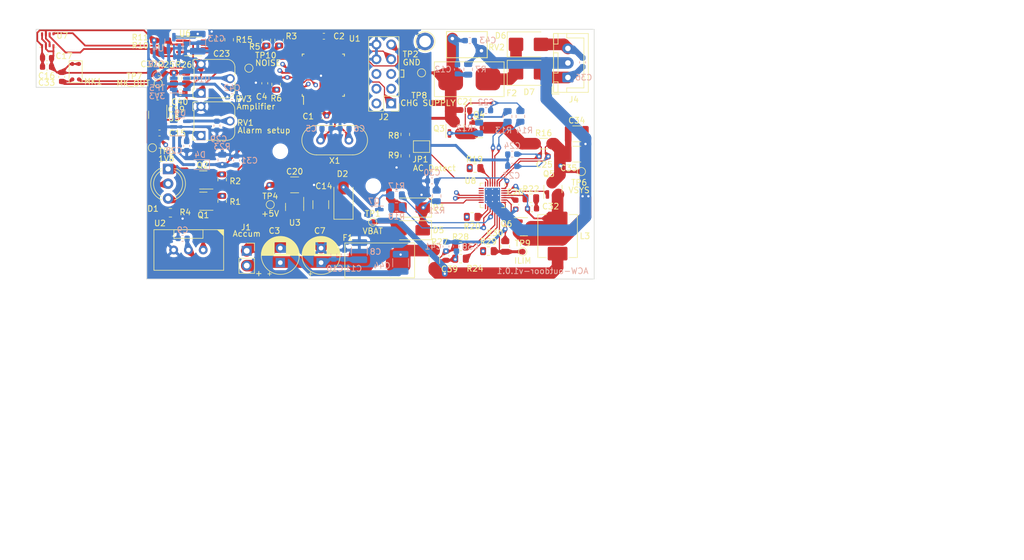
<source format=kicad_pcb>
(kicad_pcb (version 20221018) (generator pcbnew)
  (layers (0 "F.Cu" signal) (1 "In1.Cu" signal) (2 "In2.Cu" signal) (31 "B.Cu" signal) (34 "B.Paste" user) (35 "F.Paste" user) (36 "B.SilkS" user "B.Silkscreen") (37 "F.SilkS" user "F.Silkscreen") (38 "B.Mask" user) (39 "F.Mask" user) (44 "Edge.Cuts" user))
  (net 0 "")
  (net 1 "+5V")
  (net 2 "GNDA")
  (net 3 "/VBAT_BEFORE_FUSE")
  (net 4 "GNDPWR")
  (net 5 "/RESET#")
  (net 6 "/SCK")
  (net 7 "Net-(U1-XTAL2{slash}PB7)")
  (net 8 "/CHARGER_SUPPLY")
  (net 9 "Net-(C12-Pad2)")
  (net 10 "Net-(D2-K)")
  (net 11 "+3V3")
  (net 12 "Net-(Q4-G)")
  (net 13 "+1V8")
  (net 14 "Net-(Q3-S)")
  (net 15 "Net-(Q4-D)")
  (net 16 "/VSYS")
  (net 17 "/NOISE_ALARM")
  (net 18 "/CHARGER_PHASE")
  (net 19 "Net-(D6-A)")
  (net 20 "Net-(D7-A)")
  (net 21 "Net-(MK1-OUT)")
  (net 22 "/CHARGER_BATSRC")
  (net 23 "/VBAT")
  (net 24 "Net-(D1-A1)")
  (net 25 "Net-(D1-K)")
  (net 26 "Net-(D1-A2)")
  (net 27 "Net-(D3-K)")
  (net 28 "Net-(D4-A)")
  (net 29 "Net-(D6-K)")
  (net 30 "/MOSI")
  (net 32 "/RXD")
  (net 33 "/TXD")
  (net 34 "/MISO")
  (net 35 "Net-(JP1-A)")
  (net 36 "Net-(JP1-B)")
  (net 37 "/CHARGER_DONE#")
  (net 38 "/CHARGER_IN_PROGRESS#")
  (net 39 "Net-(Q3-G)")
  (net 40 "Net-(Q5-G)")
  (net 41 "Net-(Q6-G)")
  (net 42 "/CHARGER_BATDRV")
  (net 43 "/SDA")
  (net 44 "/SCL")
  (net 45 "/SCL_3V3")
  (net 46 "/SDA_3V3")
  (net 47 "/CHARGER_BOOST")
  (net 48 "/CHARGER_SRP")
  (net 49 "/CHARGER_SRN")
  (net 50 "/CHARGER_ILIM")
  (net 51 "/NOISE")
  (net 55 "/FM_OUT")
  (net 60 "Net-(U6-EN)")
  (net 61 "Net-(U8-REGN)")
  (net 62 "Net-(U9-Vin-)")
  (net 63 "Net-(U8-VCC)")
  (net 64 "Net-(C32-Pad1)")
  (net 65 "Net-(U10-Vin+)")
  (net 66 "Net-(U8-ACDRV)")
  (net 67 "Net-(U8-CMSRC)")
  (net 68 "Net-(U8-BATDRV)")
  (net 69 "Net-(U8-BATSRC)")
  (net 70 "Net-(U8-ACOK)")
  (net 71 "Net-(U8-TB_STAT#)")
  (net 72 "Net-(U10-Vin-)")
  (net 79 "Net-(U1-XTAL1{slash}PB6)")
  (footprint "Diode_SMD:D_SMB" (layer "F.Cu") (at 125.7 47.5)
    (fp_text reference "D7")
    (fp_text value "ES2J")
  )
  (footprint "Resistor_SMD:R_0805_2012Metric" (layer "F.Cu") (at 82.8 41.9 -90)
    (fp_text reference "R3")
    (fp_text value "4K7")
  )
  (footprint "Library:FuseHolder1808" (layer "F.Cu") (at 100.1 79.8)
    (fp_text reference "F1")
    (fp_text value "3A")
  )
  (footprint "Resistor_SMD:R_0805_2012Metric" (layer "F.Cu") (at 121.7 77.4 90)
    (fp_text reference "R30")
    (fp_text value "4K7")
  )
  (footprint "MountingHole:MountingHole_2.2mm_M2" (layer "F.Cu") (at 99 67)
    (fp_text reference "H3" hide)
    (fp_text value "MountingHole")
  )
  (footprint "Diode_SMD:D_SMB" (layer "F.Cu") (at 125.7 42.6)
    (fp_text reference "D6")
    (fp_text value "ES2J")
  )
  (footprint "Capacitor_SMD:C_0603_1608Metric" (layer "F.Cu") (at 61.895 51.6625)
    (fp_text reference "C19")
    (fp_text value "1 uF")
  )
  (footprint "Crystal:Crystal_HC49-U_Vertical" (layer "F.Cu") (at 94.8 59.1 180)
    (fp_text reference "X1")
    (fp_text value "HC-49U, 8MHz")
  )
  (footprint "Capacitor_SMD:C_1210_3225Metric" (layer "F.Cu") (at 134 58)
    (fp_text reference "C34")
    (fp_text value "22 uF")
  )
  (footprint "Package_TO_SOT_SMD:SOT-23" (layer "F.Cu") (at 85.46875 70.59375 -90)
    (fp_text reference "U3")
    (fp_text value " MCP1703T-5002E")
  )
  (footprint "Capacitor_SMD:C_1210_3225Metric" (layer "F.Cu") (at 134 61.5)
    (fp_text reference "C35")
    (fp_text value "22 uF")
  )
  (footprint "Capacitor_SMD:C_0603_1608Metric" (layer "F.Cu") (at 126.3 70.9 180)
    (fp_text reference "C32")
    (fp_text value "47 nF")
  )
  (footprint "Resistor_SMD:R_0805_2012Metric" (layer "F.Cu") (at 73 65.9 90)
    (fp_text reference "R2")
    (fp_text value "10K")
  )
  (footprint "Resistor_SMD:R_0805_2012Metric" (layer "F.Cu") (at 82.28 49.5 -90)
    (fp_text reference "R6")
    (fp_text value "10K")
  )
  (footprint "TestPoint:TestPoint_Plated_Hole_D2.0mm" (layer "F.Cu") (at 107.9 42.1)
    (fp_text reference "TP2")
    (fp_text value "GND")
  )
  (footprint "NetTie:NetTie-2_SMD_Pad2.0mm" (layer "F.Cu") (at 86.015 75.1)
    (fp_text reference "NT1" hide)
    (fp_text value "AGND/PGND" hide)
  )
  (footprint "Resistor_SMD:R_0805_2012Metric" (layer "F.Cu") (at 63.5125 42.85 -90)
    (fp_text reference "R10")
    (fp_text value "4K7")
  )
  (footprint "Capacitor_SMD:C_0603_1608Metric" (layer "F.Cu") (at 90.2 54.9 180)
    (fp_text reference "C1")
    (fp_text value "100 nF")
  )
  (footprint "Package_TO_SOT_SMD:SOT-23" (layer "F.Cu") (at 69.7625 69.6 180)
    (fp_text reference "Q1")
    (fp_text value "IRLML5203")
  )
  (footprint "Resistor_SMD:R_0805_2012Metric" (layer "F.Cu") (at 64.7 48.4 90)
    (fp_text reference "R25")
    (fp_text value "100K")
  )
  (footprint "TestPoint:TestPoint_Pad_D1.0mm" (layer "F.Cu") (at 62 49.3)
    (fp_text reference "TP7")
    (fp_text value "MK_OUT")
  )
  (footprint "Capacitor_SMD:C_1210_3225Metric" (layer "F.Cu") (at 85.46875 66.79375)
    (fp_text reference "C20")
    (fp_text value "22 uF")
  )
  (footprint "Capacitor_SMD:C_0603_1608Metric" (layer "F.Cu") (at 62.12 47.5)
    (fp_text reference "C37")
    (fp_text value "100 nF")
  )
  (footprint "Resistor_SMD:R_0805_2012Metric" (layer "F.Cu") (at 104.5 58.1 -90)
    (fp_text reference "R8")
    (fp_text value "100K")
  )
  (footprint "Inductor_SMD:L_Abracon_ASPI-0630LR" (layer "F.Cu") (at 130.7 75.6 -90)
    (fp_text reference "L3")
    (fp_text value "AMPLF0630, 8,2uH")
  )
  (footprint "Capacitor_SMD:C_0603_1608Metric" (layer "F.Cu") (at 45.4 48.2 90)
    (fp_text reference "C33")
    (fp_text value "100 nF")
  )
  (footprint "Jumper:SolderJumper-2_P1.3mm_Open_TrianglePad1.0x1.5mm" (layer "F.Cu") (at 107.3 60.2)
    (fp_text reference "JP1")
    (fp_text value "AC Detect")
  )
  (footprint "TestPoint:TestPoint_Pad_D1.0mm" (layer "F.Cu") (at 98.9 73.2)
    (fp_text reference "TP1")
    (fp_text value "VBAT")
  )
  (footprint "Capacitor_SMD:C_0603_1608Metric" (layer "F.Cu") (at 65.82 50.9)
    (fp_text reference "C40")
    (fp_text value "100 nF")
  )
  (footprint "LED_THT:LED_D5.0mm-3" (layer "F.Cu") (at 63.7 64.05 -90)
    (fp_text reference "D1")
    (fp_text value "red/green, common cathode, F3")
  )
  (footprint "Library:FuseHolder1808" (layer "F.Cu") (at 115.5 48.6 180)
    (fp_text reference "F2")
    (fp_text value "3A")
  )
  (footprint "Capacitor_SMD:C_0603_1608Metric" (layer "F.Cu") (at 72.2 41.8 -90)
    (fp_text reference "C23")
    (fp_text value "200 pF")
  )
  (footprint "Capacitor_SMD:C_0603_1608Metric" (layer "F.Cu") (at 111.5 79 90)
    (fp_text reference "C39")
    (fp_text value "100 nF")
  )
  (footprint "Resistor_SMD:R_0805_2012Metric" (layer "F.Cu") (at 66.8 48.4 -90)
    (fp_text reference "R26")
    (fp_text value "100K")
  )
  (footprint "Connector_PinHeader_2.54mm:PinHeader_2x05_P2.54mm_Vertical" (layer "F.Cu") (at 102.075 52.775 180)
    (fp_text reference "J2")
    (fp_text value "USBASP")
  )
  (footprint "Capacitor_SMD:C_0603_1608Metric" (layer "F.Cu") (at 90.5 41.2 180)
    (fp_text reference "C2")
    (fp_text value "100 nF")
  )
  (footprint "Capacitor_SMD:C_0603_1608Metric" (layer "F.Cu") (at 62.22 57.8625)
    (fp_text reference "C15")
    (fp_text value "1 uF")
  )
  (footprint "Resistor_SMD:R_1206_3216Metric" (layer "F.Cu") (at 128.3 59.7)
    (fp_text reference "R16")
    (fp_text value "0.01 R")
  )
  (footprint "TestPoint:TestPoint_Pad_D1.0mm" (layer "F.Cu") (at 107.3 47.5)
    (fp_text reference "TP8")
    (fp_text value "CHG SUPPLY")
  )
  (footprint "Package_LGA:Bosch_LGA-8_2.5x2.5mm_P0.65mm_ClockwisePinNumbering" (layer "F.Cu") (at 43 41.8)
    (fp_text reference "U7")
    (fp_text value "BME280")
  )
  (footprint "Capacitor_THT:CP_Radial_D6.3mm_P2.50mm" (layer "F.Cu") (at 90.015 80.18238 90)
    (fp_text reference "C7")
    (fp_text value "100 uF")
  )
  (footprint "Diode_SMD:D_SMA" (layer "F.Cu") (at 105.5 70.7 180)
    (fp_text reference "D3")
    (fp_text value "15MQ030NPBF")
  )
  (footprint "Package_TO_SOT_SMD:SOT-23" (layer "F.Cu") (at 69.75056 65.95 180)
    (fp_text reference "Q2")
    (fp_text value "IRLML5203")
  )
  (footprint "Capacitor_SMD:C_0603_1608Metric" (layer "F.Cu") (at 128.3 61.9)
    (fp_text reference "C25")
    (fp_text value "100 nF")
  )
  (footprint "Resistor_SMD:R_0805_2012Metric" (layer "F.Cu") (at 116 72.3 180)
    (fp_text reference "R20")
    (fp_text value "10K")
  )
  (footprint "Resistor_SMD:R_0805_2012Metric" (layer "F.Cu") (at 104.5 61.8 -90)
    (fp_text reference "R9")
    (fp_text value "45K")
  )
  (footprint "Package_TO_SOT_SMD:SOT-23" (layer "F.Cu") (at 61.92 54.725 -90)
    (fp_text reference "U5")
    (fp_text value "MCP1703T-1802E")
  )
  (footprint "Varistor:RV_Disc_D7mm_W4.5mm_P5mm" (layer "F.Cu") (at 112.6 41.6)
    (fp_text reference "RV2")
    (fp_text value "JVR-05N180M")
  )
  (footprint "Resistor_SMD:R_0805_2012Metric" (layer "F.Cu") (at 61.3125 42.8625 -90)
    (fp_text reference "R11")
    (fp_text value "4K7")
  )
  (footprint "MountingHole:MountingHole_2.2mm_M2" (layer "F.Cu") (at 47 42.5)
    (fp_text reference "H5" hide)
    (fp_text value "MountingHole")
  )
  (footprint "Library:SMD03722C4" (layer "F.Cu") (at 47.8 47.3 180)
    (fp_text reference "MK1")
    (fp_text value "VSM3729AT-GL9-A30")
  )
  (footprint "Potentiometer_THT:Potentiometer_Runtron_RM-065_Vertical" (layer "F.Cu") (at 69.38 51 90)
    (fp_text reference "RV3")
    (fp_text value "RM065, 100K")
  )
  (footprint "Resistor_SMD:R_0805_2012Metric" (layer "F.Cu") (at 114 79.5 180)
    (fp_text reference "R24")
    (fp_text value "10")
  )
  (footprint "Capacitor_THT:CP_Radial_D6.3mm_P2.50mm" (layer "F.Cu") (at 83 80.18238 90)
    (fp_text reference "C3")
    (fp_text value "100 uF")
  )
  (footprint "Package_QFP:TQFP-32_7x7mm_P0.8mm" (layer "F.Cu") (at 90.4 47.9 90)
    (fp_text reference "U1")
    (fp_text value "ATmega328-A")
  )
  (footprint "MountingHole:MountingHole_2.2mm_M2" (layer "F.Cu") (at 128 56)
    (fp_text reference "H2" hide)
    (fp_text value "MountingHole")
  )
  (footprint "Resistor_SMD:R_0805_2012Metric" (layer "F.Cu") (at 73 69.6 90)
    (fp_text reference "R1")
    (fp_text value "10K")
  )
  (footprint "Package_TO_SOT_SMD:SOT-23" (layer "F.Cu") (at 117.2 57.1)
    (fp_text reference "Q4")
    (fp_text value "IRLML0030")
  )
  (footprint "Resistor_SMD:R_0805_2012Metric" (layer "F.Cu") (at 118.8 78.2)
    (fp_text reference "R29")
    (fp_text value "100K")
  )
  (footprint "Package_SO:MSOP-8_3x3mm_P0.65mm" (layer "F.Cu") (at 68.0125 42.95)
    (fp_text reference "U6")
    (fp_text value "PCA9306")
  )
  (footprint "Capacitor_SMD:C_0603_1608Metric" (layer "F.Cu") (at 42.875 44.9)
    (fp_text reference "C17")
    (fp_text value "100 nF")
  )
  (footprint "Capacitor_SMD:C_0603_1608Metric" (layer "F.Cu") (at 42.875 46.5)
    (fp_text reference "C16")
    (fp_text value "100 nF")
  )
  (footprint "Capacitor_SMD:C_1210_3225Metric" (layer "F.Cu") (at 89.96875 70.19375 90)
    (fp_text reference "C14")
    (fp_text value "22 uF")
  )
  (footprint "Library:STX882_Vertical" (layer "F.Cu") (at 67.2 78 180)
    (fp_text reference "U2")
    (fp_text value "STX882@315MHz")
  )
  (footprint "TestPoint:TestPoint_Pad_D1.0mm" (layer "F.Cu") (at 77.6 46.7)
    (fp_text reference "TP10")
    (fp_text value "NOISE")
  )
  (footprint "Capacitor_SMD:C_0603_1608Metric" (layer "F.Cu") (at 80.33 49.3 -90)
    (fp_text reference "C4")
    (fp_text value "100 nF")
  )
  (footprint "TestPoint:TestPoint_Pad_D1.0mm" (layer "F.Cu") (at 124.7 78.3)
    (fp_text reference "TP9")
    (fp_text value "ILIM")
  )
  (footprint "Resistor_SMD:R_0805_2012Metric" (layer "F.Cu") (at 80.6 41.9 -90)
    (fp_text reference "R5")
    (fp_text value "4K7")
  )
  (footprint "Potentiometer_THT:Potentiometer_Runtron_RM-065_Vertical" (layer "F.Cu") (at 69.36 58.3 90)
    (fp_text reference "RV1")
    (fp_text value "RM065, 100K")
  )
  (footprint "Diode_SMD:D_SMA" (layer "F.Cu") (at 93.86875 69.19375 90)
    (fp_text reference "D2")
    (fp_text value "15MQ030NPBF")
  )
  (footprint "Resistor_SMD:R_0805_2012Metric" (layer "F.Cu") (at 116.5 63.9 180)
    (fp_text reference "R19")
    (fp_text value "10K")
  )
  (footprint "Package_DFN_QFN:QFN-28-1EP_4x4mm_P0.4mm_EP2.6x2.6mm_ThermalVias" (layer "F.Cu") (at 119.5 68.6 -90)
    (fp_text reference "U8")
    (fp_text value "BQ24780S")
  )
  (footprint "Package_TO_SOT_SMD:SOT-23" (layer "F.Cu") (at 124.9 74)
    (fp_text reference "Q6")
    (fp_text value "IRLML0030")
  )
  (footprint "Resistor_SMD:R_0805_2012Metric" (layer "F.Cu") (at 114 77.4)
    (fp_text reference "R28")
    (fp_text value "10")
  )
  (footprint "Resistor_SMD:R_0805_2012Metric" (layer "F.Cu") (at 74.2 41.8 -90)
    (fp_text reference "R15")
    (fp_text value "200K")
  )
  (footprint "Connector_PinSocket_2.54mm:PinSocket_1x02_P2.54mm_Vertical" (layer "F.Cu") (at 77.225 78.15)
    (fp_text reference "J1")
    (fp_text value "2*LiFePo4@18650@1800mAh, 6,4V")
  )
  (footprint "MountingHole:MountingHole_2.2mm_M2" (layer "F.Cu") (at 112 62)
    (fp_text reference "H1" hide)
    (fp_text value "MountingHole")
  )
  (footprint "Resistor_SMD:R_0805_2012Metric" (layer "F.Cu") (at 64.1 71.6)
    (fp_text reference "R4")
    (fp_text value "1K")
  )
  (footprint "Capacitor_SMD:C_0603_1608Metric" (layer "F.Cu") (at 114.8 53.9)
    (fp_text reference "C21")
    (fp_text value "1 nF")
  )
  (footprint "MountingHole:MountingHole_2.2mm_M2" (layer "F.Cu") (at 83 61)
    (fp_text reference "H4" hide)
    (fp_text value "MountingHole")
  )
  (footprint "TestPoint:TestPoint_Pad_D1.0mm" (layer "F.Cu") (at 134.8 64.5)
    (fp_text reference "TP6")
    (fp_text value "VSYS")
  )
  (footprint "Package_TO_SOT_SMD:SOT-23" (layer "F.Cu") (at 129.9 67.5 90)
    (fp_text reference "Q5")
    (fp_text value "IRLML0030")
  )
  (footprint "TestPoint:TestPoint_Pad_D1.0mm" (layer "F.Cu") (at 61 60.4)
    (fp_text reference "TP3")
    (fp_text value "1V8")
  )
  (footprint "TestPoint:TestPoint_Pad_D1.0mm" (layer "F.Cu") (at 81.26875 70.19375)
    (fp_text reference "TP4")
    (fp_text value "+5V")
  )
  (footprint "Package_TO_SOT_SMD:SOT-23" (layer "F.Cu") (at 113.05 57 90)
    (fp_text reference "Q3")
    (fp_text value "IRLML0030")
  )
  (footprint "Diode_SMD:D_SMA" (layer "F.Cu") (at 105.5 74.6 180)
    (fp_text reference "D5")
    (fp_text value "15MQ030NPBF")
  )
  (footprint "Resistor_SMD:R_0805_2012Metric" (layer "F.Cu") (at 126.1 69.1 180)
    (fp_text reference "R22")
    (fp_text value "6R8")
  )
  (footprint "Connector_JST:JST_XH_B3B-XH-A_1x03_P2.50mm_Vertical" (layer "F.Cu") (at 132.475 48.3 90)
    (fp_text reference "J4")
    (fp_text value "JST XH B3B")
  )
  (footprint "Resistor_SMD:R_1206_3216Metric" (layer "F.Cu") (at 109.5 79.6 90)
    (fp_text reference "R27")
    (fp_text value "0.01 R")
  )
  (footprint "Capacitor_SMD:C_0603_1608Metric" (layer "F.Cu") (at 123.5 70.2 -90)
    (fp_text reference "C26")
    (fp_text value "2.2 uF")
  )
  (footprint "Resistor_SMD:R_0805_2012Metric" (layer "B.Cu") (at 109.9 68.7 -90)
    (fp_text reference "R21")
    (fp_text value "10")
  )
  (footprint "Capacitor_SMD:C_0603_1608Metric" (layer "B.Cu") (at 94.025 78.800001 -90)
    (fp_text reference "C11")
    (fp_text value "100 nF")
  )
  (footprint "Resistor_SMD:R_0805_2012Metric" (layer "B.Cu") (at 73.02 62.5 90)
    (fp_text reference "R23")
    (fp_text value "100K")
  )
  (footprint "Capacitor_SMD:C_1210_3225Metric" (layer "B.Cu") (at 68.8 42.3 -90)
    (fp_text reference "C13")
    (fp_text value "22 uF")
  )
  (footprint "Capacitor_SMD:C_0603_1608Metric" (layer "B.Cu") (at 64.7 46.1 180)
    (fp_text reference "C18")
    (fp_text value "1 uF")
  )
  (footprint "Resistor_SMD:R_0805_2012Metric" (layer "B.Cu") (at 124.3 55 -90)
    (fp_text reference "R14")
    (fp_text value "4K")
  )
  (footprint "Capacitor_SMD:C_0603_1608Metric" (layer "B.Cu") (at 122.9 61.5 180)
    (fp_text reference "C24")
    (fp_text value "100 nF")
  )
  (footprint "Resistor_SMD:R_0805_2012Metric" (layer "B.Cu") (at 115.32 46.9 90)
    (fp_text reference "R7")
    (fp_text value "2")
  )
  (footprint "Resistor_SMD:R_0805_2012Metric" (layer "B.Cu") (at 122.1 55 -90)
    (fp_text reference "R13")
    (fp_text value "4K")
  )
  (footprint "Capacitor_SMD:C_0603_1608Metric" (layer "B.Cu") (at 135 45.7 -90)
    (fp_text reference "C36")
    (fp_text value "10 nF")
  )
  (footprint "Package_TO_SOT_SMD:SOT-23" (layer "B.Cu") (at 64.7 42.3 90)
    (fp_text reference "U4")
    (fp_text value " MCP1703T-3302E")
  )
  (footprint "Capacitor_SMD:C_1210_3225Metric" (layer "B.Cu") (at 103.7 80.2 -90)
    (fp_text reference "C44")
    (fp_text value "22 uF")
  )
  (footprint "Capacitor_SMD:C_0603_1608Metric" (layer "B.Cu") (at 90.95 57.1)
    (fp_text reference "C5")
    (fp_text value "15 pF")
  )
  (footprint "Capacitor_SMD:C_0603_1608Metric" (layer "B.Cu") (at 74.7 51.6)
    (fp_text reference "C42")
    (fp_text value "100 nF")
  )
  (footprint "Capacitor_SMD:C_0603_1608Metric" (layer "B.Cu") (at 109.1 66.1 180)
    (fp_text reference "C30")
    (fp_text value "1 uF")
  )
  (footprint "Capacitor_SMD:C_0603_1608Metric" (layer "B.Cu") (at 111.5 77.4 90)
    (fp_text reference "C41")
    (fp_text value "100 nF")
  )
  (footprint "Package_TO_SOT_SMD:SOT-23-5" (layer "B.Cu") (at 65.8 49.4)
    (fp_text reference "U10")
    (fp_text value "AD8541")
  )
  (footprint "Capacitor_SMD:C_0603_1608Metric" (layer "B.Cu") (at 66.2 76 180)
    (fp_text reference "C9")
    (fp_text value "100 nF")
  )
  (footprint "Capacitor_SMD:C_0603_1608Metric" (layer "B.Cu") (at 66.9 60.1 -90)
    (fp_text reference "C28")
    (fp_text value "100 nF")
  )
  (footprint "Capacitor_SMD:C_0603_1608Metric" (layer "B.Cu") (at 72.1 56.6 -90)
    (fp_text reference "C29")
    (fp_text value "100 nF")
  )
  (footprint "Resistor_SMD:R_0805_2012Metric" (layer "B.Cu") (at 117.2 57 90)
    (fp_text reference "R12")
    (fp_text value "4R7")
  )
  (footprint "Capacitor_SMD:C_0603_1608Metric" (layer "B.Cu") (at 92.2 78.8 90)
    (fp_text reference "C10")
    (fp_text value "1 uF")
  )
  (footprint "Capacitor_SMD:C_1210_3225Metric" (layer "B.Cu") (at 96.6 78.2 90)
    (fp_text reference "C8")
    (fp_text value "22 uF")
  )
  (footprint "Package_TO_SOT_SMD:SOT-23" (layer "B.Cu") (at 99.1 72 180)
    (fp_text reference "Q7")
    (fp_text value "IRLML0030")
  )
  (footprint "Capacitor_SMD:C_0603_1608Metric" (layer "B.Cu") (at 115.6 41.95)
    (fp_text reference "C43")
    (fp_text value "10 uF")
  )
  (footprint "Capacitor_SMD:C_0603_1608Metric" (layer "B.Cu") (at 113.3 77.4 90)
    (fp_text reference "C38")
    (fp_text value "100 nF")
  )
  (footprint "Package_TO_SOT_SMD:SOT-23-5" (layer "B.Cu") (at 65.8 56.8)
    (fp_text reference "U9")
    (fp_text value "AD8541")
  )
  (footprint "Capacitor_SMD:C_0603_1608Metric" (layer "B.Cu") (at 94.05 57.1 180)
    (fp_text reference "C6")
    (fp_text value "15 pF")
  )
  (footprint "Capacitor_SMD:C_0603_1608Metric" (layer "B.Cu") (at 113.47 46.9 -90)
    (fp_text reference "C12")
    (fp_text value "2.2 uF")
  )
  (footprint "Resistor_SMD:R_0805_2012Metric" (layer "B.Cu") (at 103 68.6)
    (fp_text reference "R17")
    (fp_text value "4K")
  )
  (footprint "Resistor_SMD:R_0805_2012Metric" (layer "B.Cu") (at 103 70.6)
    (fp_text reference "R18")
    (fp_text value "10")
  )
  (footprint "Capacitor_SMD:C_0603_1608Metric" (layer "B.Cu") (at 75.5 62.6 90)
    (fp_text reference "C31")
    (fp_text value "100 nF")
  )
  (footprint "Capacitor_SMD:C_0603_1608Metric" (layer "B.Cu") (at 122.9 63.6 180)
    (fp_text reference "C27")
    (fp_text value "100 nF")
  )
  (footprint "TestPoint:TestPoint_Pad_D1.0mm" (layer "B.Cu") (at 61.8 48 180)
    (fp_text reference "TP5")
    (fp_text value "3V3")
  )
  (footprint "Capacitor_SMD:C_0603_1608Metric" (layer "B.Cu") (at 118.4 54 180)
    (fp_text reference "C22")
    (fp_text value "47 nF")
  )
  (footprint "Diode_SMD:D_SOD-323F" (layer "B.Cu") (at 69.2 63.3 180)
    (fp_text reference "D4")
    (fp_text value "BAV21WS")
  )
  (gr_line (start 103.75 47) (end 104.25 47) (stroke (width 0.15)) (layer "F.SilkS"))
  (gr_line (start 104.25 48.25) (end 103.75 48.25) (stroke (width 0.15)) (layer "F.SilkS"))
  (gr_line (start 104.25 47) (end 104.25 48.25) (stroke (width 0.15)) (layer "F.SilkS"))
  (gr_line (start 137 40) (end 60 40) (stroke (width 0.1)) (layer "Edge.Cuts"))
  (gr_line (start 60 83) (end 137 83) (stroke (width 0.1)) (layer "Edge.Cuts"))
  (gr_line (start 41 40) (end 41 50) (stroke (width 0.1)) (layer "Edge.Cuts"))
  (gr_line (start 41 50) (end 60 50) (stroke (width 0.1)) (layer "Edge.Cuts"))
  (gr_line (start 60 50) (end 60 83) (stroke (width 0.1)) (layer "Edge.Cuts"))
  (gr_line (start 60 40) (end 41 40) (stroke (width 0.1)) (layer "Edge.Cuts"))
  (gr_line (start 137 83) (end 137 40) (stroke (width 0.1)) (layer "Edge.Cuts"))
  (gr_text "ACW-outdoor-v1.0.1" (at 136.1 82.2) (layer "B.SilkS") (effects (font (size 1 1)) (justify left bottom mirror)))
  (segment (start 91.6 50.78505) (end 91.6 52.15) (width 0.5) (layer "F.Cu") (net 1))
  (segment (start 71.3 80.3) (end 78.8 72.8) (width 0.5) (layer "F.Cu") (net 1))
  (segment (start 61.92 55.6625) (end 61.92 57.3875) (width 0.5) (layer "F.Cu") (net 1))
  (segment (start 61.92 57.3875) (end 61.445 57.8625) (width 0.5) (layer "F.Cu") (net 1))
  (segment (start 80.6 40.9875) (end 82.8 40.9875) (width 0.5) (layer "F.Cu") (net 1))
  (segment (start 90 52.15) (end 90 53.925) (width 0.5) (layer "F.Cu") (net 1))
  (segment (start 91.2 41.2) (end 90.275 40.275) (width 0.5) (layer "F.Cu") (net 1))
  (segment (start 91.275 41.2) (end 90.8 41.675) (width 0.5) (layer "F.Cu") (net 1))
  (segment (start 90.275 40.275) (end 83.5125 40.275) (width 0.5) (layer "F.Cu") (net 1))
  (segment (start 83.5125 40.275) (end 82.8 40.9875) (width 0.5) (layer "F.Cu") (net 1))
  (segment (start 90.8 44.561396) (end 91.2 44.961396) (width 0.5) (layer "F.Cu") (net 1))
  (segment (start 91.2 50.38505) (end 91.6 50.78505) (width 0.5) (layer "F.Cu") (net 1))
  (segment (start 90.8 41.675) (end 90.8 43.65) (width 0.5) (layer "F.Cu") (net 1))
  (segment (start 78.8 72.8) (end 78.8 69.1) (width 0.5) (layer "F.Cu") (net 1))
  (segment (start 92.4 43.65) (end 92.4 42.325) (width 0.5) (layer "F.Cu") (net 1))
  (segment (start 92.4 42.325) (end 91.275 41.2) (width 0.5) (layer "F.Cu") (net 1))
  (segment (start 81.1 66.8) (end 81.10625 66.79375) (width 0.5) (layer "F.Cu") (net 1))
  (segment (start 91.6 54.275) (end 91 54.875) (width 0.5) (layer "F.Cu") (net 1))
  (segment (start 74.2 40.8875) (end 80.5 40.8875) (width 0.5) (layer "F.Cu") (net 1))
  (segment (start 70.68806 65) (end 72.81306 65) (width 0.5) (layer "F.Cu") (net 1))
  (segment (start 78.8 69.1) (end 81.1 66.8) (width 0.5) (layer "F.Cu") (net 1))
  (segment (start 63.3 59.9) (end 61.445 58.045) (width 0.5) (layer "F.Cu") (net 1))
  (segment (start 69.3 80.3) (end 71.3 80.3) (width 0.5) (layer "F.Cu") (net 1))
  (segment (start 81.10625 66.79375) (end 83.99375 66.79375) (width 1) (layer "F.Cu") (net 1))
  (segment (start 91.2 44.961396) (end 91.2 50.38505) (width 0.5) (layer "F.Cu") (net 1))
  (segment (start 82.93125 70.19375) (end 83.99375 69.13125) (width 0.3) (layer "F.Cu") (net 1))
  (segment (start 90 53.925) (end 90.975 54.9) (width 0.5) (layer "F.Cu") (net 1))
  (segment (start 67.2 78.2) (end 69.3 80.3) (width 0.5) (layer "F.Cu") (net 1))
  (segment (start 90.8 43.65) (end 90.8 44.561396) (width 0.5) (layer "F.Cu") (net 1))
  (segment (start 70.6875 68.6) (end 72.86306 68.6) (width 0.5) (layer "F.Cu") (net 1))
  (segment (start 83.99375 66.79375) (end 83.99375 69.13125) (width 1) (layer "F.Cu") (net 1))
  (segment (start 83.99375 69.13125) (end 84.51875 69.65625) (width 1) (layer "F.Cu") (net 1))
  (segment (start 81.26875 70.19375) (end 82.93125 70.19375) (width 0.3) (layer "F.Cu") (net 1))
  (segment (start 91.6 52.15) (end 91.6 54.275) (width 0.5) (layer "F.Cu") (net 1))
  (via (at 117.8875 78.2) (size 0.8) (drill 0.4) (layers "F.Cu" "B.Cu") (net 1))
  (via (at 63.3 59.9) (size 0.8) (drill 0.4) (layers "F.Cu" "B.Cu") (net 1))
  (via (at 115.1 72.3) (size 0.8) (drill 0.4) (layers "F.Cu" "B.Cu") (net 1))
  (via (at 68.8 40.8) (size 0.8) (drill 0.4) (layers "F.Cu" "B.Cu") (net 1))
  (via (at 72.95056 64.9875) (size 0.8) (drill 0.4) (layers "F.Cu" "B.Cu") (net 1))
  (via (at 91 54.9) (size 0.8) (drill 0.4) (layers "F.Cu" "B.Cu") (net 1))
  (via (at 81.1 66.8) (size 0.8) (drill 0.4) (layers "F.Cu" "B.Cu") (net 1))
  (via (at 82.4 50.4) (size 0.8) (drill 0.4) (layers "F.Cu" "B.Cu") (net 1))
  (via (at 115.6 63.8) (size 0.8) (drill 0.4) (layers "F.Cu" "B.Cu") (net 1))
  (via (at 73.9 51.6) (size 0.8) (drill 0.4) (layers "F.Cu" "B.Cu") (net 1))
  (via (at 73.05056 68.6875) (size 0.8) (drill 0.4) (layers "F.Cu" "B.Cu") (net 1))
  (segment (start 67.8375 49.45) (end 71.737584 49.45) (width 0.5) (layer "B.Cu") (net 1))
  (segment (start 73.187584 50.9) (end 73.2 50.9) (width 0.5) (layer "B.Cu") (net 1))
  (segment (start 68.2625 41.3625) (end 68.8 40.825) (width 0.5) (layer "B.Cu") (net 1))
  (segment (start 73.2 50.9) (end 74.025 51.725) (width 0.5) (layer "B.Cu") (net 1))
  (segment (start 64.7 41.3625) (end 68.2625 41.3625) (width 0.5) (layer "B.Cu") (net 1))
  (segment (start 66.975 76) (end 66.975 77.775) (width 0.5) (layer "B.Cu") (net 1))
  (segment (start 68.81 57.75) (end 69.36 58.3) (width 0.5) (layer "B.Cu") (net 1))
  (segment (start 66.9375 50.35) (end 67.8375 49.45) (width 0.5) (layer "B.Cu") (net 1))
  (segment (start 66.9375 57.75) (end 68.81 57.75) (width 0.5) (layer "B.Cu") (net 1))
  (segment (start 71.737584 49.45) (end 73.187584 50.9) (width 0.5) (layer "B.Cu") (net 1))
  (segment (start 66.9375 57.75) (end 66.9375 59.2875) (width 0.5) (layer "B.Cu") (net 1))
  (segment (start 66.92 50.575) (end 66.595 50.9) (width 0.3) (layer "F.Cu") (net 2))
  (segment (start 69.38 48.12) (end 69.38 46) (width 0.3) (layer "F.Cu") (net 2))
  (segment (start 65.0125 71.6) (end 65.2 71.6) (width 0.5) (layer "F.Cu") (net 2))
  (segment (start 68.1875 49.3125) (end 69.38 48.12) (width 0.3) (layer "F.Cu") (net 2))
  (segment (start 90.8 50.975) (end 90.8 52.15) (width 0.5) (layer "F.Cu") (net 2))
  (segment (start 89.2 54.675) (end 89.425 54.9) (width 0.5) (layer "F.Cu") (net 2))
  (segment (start 86.94375 66.79375) (end 86.94375 69.13125) (width 1) (layer "F.Cu") (net 2))
  (segment (start 121.7 76.4875) (end 121.7 74.4) (width 0.2) (layer "F.Cu") (net 2))
  (segment (start 62.67 51.6625) (end 62.67 53.5875) (width 0.3) (layer "F.Cu") (net 2))
  (segment (start 42.675 42.35) (end 42.675 42.825) (width 0.3) (layer "F.Cu") (net 2))
  (segment (start 90 41.475) (end 90 43.65) (width 0.5) (layer "F.Cu") (net 2))
  (segment (start 90.015 77.58238) (end 90.015 76.415) (width 2) (layer "F.Cu") (net 2))
  (segment (start 68 45) (end 69 46) (width 0.3) (layer "F.Cu") (net 2))
  (segment (start 66.9 51.205) (end 66.595 50.9) (width 0.3) (layer "F.Cu") (net 2))
  (segment (start 42.025 41.7) (end 42.675 42.35) (width 0.3) (layer "F.Cu") (net 2))
  (segment (start 42.675 43.375) (end 42.675 42.825) (width 0.3) (layer "F.Cu") (net 2))
  (segment (start 66.92 49.3125) (end 66.92 50.575) (width 0.3) (layer "F.Cu") (net 2))
  (segment (start 44.575 47.425) (end 43.65 46.5) (width 0.3) (layer "F.Cu") (net 2))
  (segment (start 117.5625 69.4) (end 114.98995 69.4) (width 0.2) (layer "F.Cu") (net 2))
  (segment (start 88.79375 66.79375) (end 88.8 66.8) (width 1) (layer "F.Cu") (net 2))
  (segment (start 43.975 43.8) (end 43.975 44.575) (width 0.3) (layer "F.Cu") (net 2))
  (segment (start 108 68.5) (end 107.3 68.5) (width 0.2) (layer "F.Cu") (net 2))
  (segment (start 62.87 55.6) (end 62.87 57.7375) (width 0.3) (layer "F.Cu") (net 2))
  (segment (start 121.7 70.0625) (end 121.4375 69.8) (width 0.2) (layer "F.Cu") (net 2))
  (segment (start 80.33 50.075) (end 79.675 50.075) (width 0.5) (layer "F.Cu") (net 2))
  (segment (start 43.975 43.8) (end 43.1 43.8) (width 0.3) (layer "F.Cu") (net 2))
  (segment (start 90 43.65) (end 90 48) (width 0.5) (layer "F.Cu") (net 2))
  (segment (start 65.2 71.6) (end 66.2 72.6) (width 0.5) (layer "F.Cu") (net 2))
  (segment (start 89.2 52.15) (end 89.2 54.675) (width 0.5) (layer "F.Cu") (net 2))
  (segment (start 66.9 54.1) (end 66.9 51.205) (width 0.3) (layer "F.Cu") (net 2))
  (segment (start 67.336948 41.975) (end 68 42.638052) (width 0.3) (layer "F.Cu") (net 2))
  (segment (start 88.7 75.1) (end 88.015 75.1) (width 2) (layer "F.Cu") (net 2))
  (segment (start 86.96875 66.79375) (end 88.79375 66.79375) (width 1) (layer "F.Cu") (net 2))
  (segment (start 104.0875 62.7125) (end 103 63.8) (width 0.5) (layer "F.Cu") (net 2))
  (segment (start 90 50.175) (end 89.2 50.975) (width 0.5) (layer "F.Cu") (net 2))
  (segment (start 65.9 41.975) (end 67.336948 41.975) (width 0.3) (layer "F.Cu") (net 2))
  (segment (start 121.7 74.4) (end 121.7 70.0625) (width 0.2) (layer "F.Cu") (net 2))
  (segment (start 90.015 76.415) (end 88.7 75.1) (width 2) (layer "F.Cu") (net 2))
  (segment (start 67.85 47.5) (end 67.85 46.976472) (width 0.3) (layer "F.Cu") (net 2))
  (segment (start 90 50.175) (end 90.8 50.975) (width 0.5) (layer "F.Cu") (net 2))
  (segment (start 67.498528 46.625) (end 60.931827 46.625) (width 0.3) (layer "F.Cu") (net 2))
  (segment (start 65.4 55.6) (end 66.9 54.1) (width 0.3) (layer "F.Cu") (net 2))
  (segment (start 66.92 49.3125) (end 68.1875 49.3125) (width 0.3) (layer "F.Cu") (net 2))
  (segment (start 114.98995 69.4) (end 114.48995 69.9) (width 0.2) (layer "F.Cu") (net 2))
  (segment (start 71.825 41.025) (end 71.2 40.4) (width 0.5) (layer "F.Cu") (net 2))
  (segment (start 43.975 42.825) (end 43.975 43.8) (width 0.3) (layer "F.Cu") (net 2))
  (segment (start 67.88 47.5) (end 67.85 47.5) (width 0.3) (layer "F.Cu") (net 2))
  (segment (start 60.056827 47.5) (end 45.475 47.5) (width 0.3) (layer "F.Cu") (net 2))
  (segment (start 42.025 40.775) (end 42.025 41.7) (width 0.3) (layer "F.Cu") (net 2))
  (segment (start 62.87 55.6) (end 65.4 55.6) (width 0.3) (layer "F.Cu") (net 2))
  (segment (start 46.855 45.97) (end 48.37 45.97) (width 0.3) (layer "F.Cu") (net 2))
  (segment (start 43.65 44.9) (end 43.65 46.5) (width 0.3) (layer "F.Cu") (net 2))
  (segment (start 69.11 46.27) (end 67.88 47.5) (width 0.3) (layer "F.Cu") (net 2))
  (segment (start 88.8 66.8) (end 89.96875 67.96875) (width 1) (layer "F.Cu") (net 2))
  (segment (start 114.48995 69.9) (end 109.4 69.9) (width 0.2) (layer "F.Cu") (net 2))
  (segment (start 60.931827 46.625) (end 60.056827 47.5) (width 0.3) (layer "F.Cu") (net 2))
  (segment (start 104.5 62.7125) (end 104.0875 62.7125) (width 0.5) (layer "F.Cu") (net 2))
  (segment (start 72.2 41.025) (end 71.825 41.025) (width 0.5) (layer "F.Cu") (net 2))
  (segment (start 45.4 47.425) (end 44.575 47.425) (width 0.3) (layer "F.Cu") (net 2))
  (segment (start 86.94375 69.13125) (end 86.41875 69.65625) (width 1) (layer "F.Cu") (net 2))
  (segment (start 67.85 46.976472) (end 67.498528 46.625) (width 0.3) (layer "F.Cu") (net 2))
  (segment (start 62.67 53.5875) (end 62.87 53.7875) (width 0.3) (layer "F.Cu") (net 2))
  (segment (start 89.2 50.975) (end 89.2 52.15) (width 0.5) (layer "F.Cu") (net 2))
  (segment (start 90 48) (end 90 50.175) (width 0.5) (layer "F.Cu") (net 2))
  (segment (start 68 42.638052) (end 68 45) (width 0.3) (layer "F.Cu") (net 2))
  (segment (start 43.975 44.575) (end 43.65 44.9) (width 0.3) (layer "F.Cu") (net 2))
  (segment (start 45.4 47.425) (end 46.855 45.97) (width 0.3) (layer "F.Cu") (net 2))
  (segment (start 89.7 41.175) (end 90 41.475) (width 0.5) (layer "F.Cu") (net 2))
  (segment (start 43.1 43.8) (end 42.675 43.375) (width 0.3) (layer "F.Cu") (net 2))
  (segment (start 62.87 53.7875) (end 62.87 55.6) (width 0.3) (layer "F.Cu") (net 2))
  (segment (start 79.675 50.075) (end 78.8 49.2) (width 0.5) (layer "F.Cu") (net 2))
  (segment (start 89.96875 67.96875) (end 89.96875 68.71875) (width 1) (layer "F.Cu") (net 2))
  (segment (start 109.4 69.9) (end 108 68.5) (width 0.2) (layer "F.Cu") (net 2))
  (via (at 107.3 68.5) (size 0.8) (drill 0.4) (layers "F.Cu" "B.Cu") (net 2))
  (via (at 103 63.8) (size 0.8) (drill 0.4) (layers "F.Cu" "B.Cu") (net 2))
  (via (at 71.2 40.4) (size 0.8) (drill 0.4) (layers "F.Cu" "B.Cu") (net 2))
  (via (at 66.2 72.6) (size 0.8) (drill 0.4) (layers "F.Cu" "B.Cu") (net 2))
  (via (at 90 48) (size 0.8) (drill 0.4) (layers "F.Cu" "B.Cu") (net 2))
  (via (at 78.8 49.2) (size 0.8) (drill 0.4) (layers "F.Cu" "B.Cu") (net 2))
  (via (at 88.8 66.8) (size 0.8) (drill 0.4) (layers "F.Cu" "B.Cu") (net 2))
  (via (at 121.7 74.4) (size 0.8) (drill 0.4) (layers "F.Cu" "B.Cu") (net 2))
  (segment (start 111.5 76.625) (end 113.3 76.625) (width 0.5) (layer "B.Cu") (net 2))
  (segment (start 122.125 61.5) (end 122.125 62.5) (width 0.2) (layer "B.Cu") (net 2))
  (segment (start 113.197918 60) (end 108 60) (width 0.5) (layer "B.Cu") (net 2))
  (segment (start 122.125 62.5) (end 122.125 63.6) (width 0.2) (layer "B.Cu") (net 2))
  (segment (start 64.6625 56.8) (end 62.7 56.8) (width 0.5) (layer "B.Cu") (net 2))
  (segment (start 115.697918 62.5) (end 113.197918 60) (width 0.5) (layer "B.Cu") (net 2))
  (segment (start 113.3 76.625) (end 119.475 76.625) (width 0.5) (layer "B.Cu") (net 2))
  (segment (start 122.125 62.5) (end 115.697918 62.5) (width 0.5) (layer "B.Cu") (net 2))
  (segment (start 64.6625 49.4) (end 63 49.4) (width 0.5) (layer "B.Cu") (net 2))
  (segment (start 119.475 76.625) (end 121.7 74.4) (width 0.5) (layer "B.Cu") (net 2))
  (segment (start 64.7 49.2125) (end 64.6625 49.25) (width 0.3) (layer "B.Cu") (net 2))
  (segment (start 80.31 80.69) (end 80.91762 80.08238) (width 2) (layer "F.Cu") (net 3))
  (segment (start 80.91762 80.08238) (end 95.89262 80.08238) (width 2) (layer "F.Cu") (net 3))
  (segment (start 77.225 80.69) (end 80.31 80.69) (width 2) (layer "F.Cu") (net 3))
  (segment (start 91.515 79.575001) (end 94.025 79.575001) (width 0.5) (layer "B.Cu") (net 3))
  (segment (start 90.015 80.08238) (end 91.007621 80.08238) (width 0.5) (layer "B.Cu") (net 3))
  (segment (start 91.007621 80.08238) (end 91.515 79.575001) (width 0.5) (layer "B.Cu") (net 3))
  (segment (start 94.025 79.575001) (end 96.315001 79.575001) (width 0.5) (layer "B.Cu") (net 3))
  (segment (start 77.875 77.5) (end 83.03262 77.5) (width 2) (layer "F.Cu") (net 4))
  (segment (start 135.5 72.25) (end 135.5 69) (width 2) (layer "F.Cu") (net 4))
  (segment (start 123.9625 74.95) (end 125.2625 76.25) (width 2) (layer "F.Cu") (net 4))
  (segment (start 77.225 78.15) (end 77.875 77.5) (width 2) (layer "F.Cu") (net 4))
  (segment (start 131.5 76.25) (end 135.5 72.25) (width 2) (layer "F.Cu") (net 4))
  (segment (start 125.2625 76.25) (end 131.5 76.25) (width 2) (layer "F.Cu") (net 4))
  (segment (start 84.015 76.51762) (end 84.015 75.1) (width 2) (layer "F.Cu") (net 4))
  (segment (start 135.475 58) (end 135.475 61.5) (width 1) (layer "F.Cu") (net 4))
  (segment (start 83.03262 77.5) (end 84.015 76.51762) (width 2) (layer "F.Cu") (net 4))
  (via (at 135.5 59.75) (size 0.8) (drill 0.4) (layers "F.Cu" "B.Cu") (net 4))
  (via (at 123.5 71) (size 0.8) (drill 0.4) (layers "F.Cu" "B.Cu") (net 4))
  (via (at 135 68.75) (size 0.8) (drill 0.4) (layers "F.Cu" "B.Cu") (net 4))
  (via (at 136 68.75) (size 0.8) (drill 0.4) (layers "F.Cu" "B.Cu") (net 4))
  (segment (start 115.32 45.98) (end 117.6 43.7) (width 0.5) (layer "B.Cu") (net 4))
  (segment (start 88.36399 82) (end 84.34637 77.98238) (width 1) (layer "B.Cu") (net 4))
  (segment (start 133.2 74.6) (end 135.5 72.3) (width 2) (layer "B.Cu") (net 4))
  (segment (start 84.34637 77.98238) (end 83.215 77.98238) (width 1) (layer "B.Cu") (net 4))
  (segment (start 135.5 72.3) (end 135.5 59.75) (width 2) (layer "B.Cu") (net 4))
  (segment (start 119.5 69.8) (end 122 72.3) (width 2) (layer "B.Cu") (net 4))
  (segment (start 103.7 81.675) (end 103.375 82) (width 1) (layer "B.Cu") (net 4))
  (segment (start 124.3 74.6) (end 133.2 74.6) (width 2) (layer "B.Cu") (net 4))
  (segment (start 128.75 52) (end 135.5 58.75) (width 2) (layer "B.Cu") (net 4))
  (segment (start 116.375 42.475) (end 117.6 43.7) (width 0.5) (layer "B.Cu") (net 4))
  (segment (start 132.475 45.8) (end 128.75 45.8) (width 2) (layer "B.Cu") (net 4))
  (segment (start 116.375 41.95) (end 116.375 42.475) (width 0.5) (layer "B.Cu") (net 4))
  (segment (start 119.5 68.6) (end 119.5 69.8) (width 2) (layer "B.Cu") (net 4))
  (segment (start 122.2 72.3) (end 122 72.3) (width 0.5) (layer "B.Cu") (net 4))
  (segment (start 135.5 58.75) (end 135.5 59.75) (width 2) (layer "B.Cu") (net 4))
  (segment (start 128.75 45.8) (end 119.7 45.8) (width 2) (layer "B.Cu") (net 4))
  (segment (start 122 72.3) (end 124.3 74.6) (width 2) (layer "B.Cu") (net 4))
  (segment (start 103.375 82) (end 88.36399 82) (width 1) (layer "B.Cu") (net 4))
  (segment (start 123.5 71) (end 122.2 72.3) (width 0.5) (layer "B.Cu") (net 4))
  (segment (start 128.75 45.8) (end 128.75 52) (width 2) (layer "B.Cu") (net 4))
  (segment (start 119.7 45.8) (end 117.6 43.7) (width 2) (layer "B.Cu") (net 4))
  (segment (start 82.5675 48.3) (end 84.2 48.3) (width 0.2) (layer "F.Cu") (net 5))
  (segment (start 80.33 48.525) (end 82.2175 48.525) (width 0.2) (layer "F.Cu") (net 5))
  (segment (start 84.2 48.3) (end 86.15 48.3) (width 0.2) (layer "F.Cu") (net 5))
  (via (at 84.2 48.3) (size 0.8) (drill 0.4) (layers "F.Cu" "B.Cu") (net 5))
  (segment (start 93.315 43.765) (end 100.685 43.765) (width 0.2) (layer "F.Cu") (net 6))
  (segment (start 100.685 43.765) (end 102.075 45.155) (width 0.2) (layer "F.Cu") (net 6))
  (segment (start 93.2 52.15) (end 93.2 56.7) (width 0.3) (layer "F.Cu") (net 7))
  (segment (start 93.2 56.7) (end 94.8 58.3) (width 0.3) (layer "F.Cu") (net 7))
  (segment (start 94.8 58.3) (end 94.8 59.1) (width 0.3) (layer "F.Cu") (net 7))
  (segment (start 94.825 57.1) (end 94.825 59.075) (width 0.3) (layer "B.Cu") (net 7))
  (segment (start 101.7 57.3) (end 106.3 52.7) (width 1) (layer "F.Cu") (net 8))
  (segment (start 103.3 70.7) (end 101.7 69.1) (width 1) (layer "F.Cu") (net 8))
  (segment (start 112.015 52.7) (end 112.315 52.4) (width 1) (layer "F.Cu") (net 8))
  (segment (start 112.315 52.4) (end 112.315 54.1) (width 2) (layer "F.Cu") (net 8))
  (segment (start 112.315 54.1) (end 112.315 55.3275) (width 2) (layer "F.Cu") (net 8))
  (segment (start 112.315 55.3275) (end 112.906865 55.919365) (width 2) (layer "F.Cu") (net 8))
  (segment (start 112.6 41.6) (end 112.6 48.315) (width 2) (layer "F.Cu") (net 8))
  (segment (start 112.515 53.9) (end 112.315 54.1) (width 1) (layer "F.Cu") (net 8))
  (segment (start 112.315 48.6) (end 112.315 52.4) (width 2) (layer "F.Cu") (net 8))
  (segment (start 106.3 52.7) (end 112.015 52.7) (width 1) (layer "F.Cu") (net 8))
  (segment (start 107.3 47.5) (end 111.215 47.5) (width 0.5) (layer "F.Cu") (net 8))
  (segment (start 106.36 55.3275) (end 104.5 57.1875) (width 0.5) (layer "F.Cu") (net 8))
  (segment (start 114.025 53.9) (end 112.515 53.9) (width 1) (layer "F.Cu") (net 8))
  (segment (start 112.315 55.3275) (end 106.36 55.3275) (width 0.5) (layer "F.Cu") (net 8))
  (segment (start 101.7 69.1) (end 101.7 57.3) (width 1) (layer "F.Cu") (net 8))
  (segment (start 113.47 46.125) (end 113.47 42.47) (width 0.5) (layer "B.Cu") (net 8))
  (segment (start 113.47 42.47) (end 112.6 41.6) (width 0.5) (layer "B.Cu") (net 8))
  (segment (start 114.825 41.95) (end 112.95 41.95) (width 0.5) (layer "B.Cu") (net 8))
  (segment (start 115.32 47.8125) (end 113.6075 47.8125) (width 0.5) (layer "B.Cu") (net 9))
  (segment (start 89.83125 71.53125) (end 89.96875 71.66875) (width 1) (layer "F.Cu") (net 10))
  (segment (start 85.46875 71.53125) (end 89.83125 71.53125) (width 1) (layer "F.Cu") (net 10))
  (segment (start 93.39375 71.66875) (end 93.86875 71.19375) (width 1) (layer "F.Cu") (net 10))
  (segment (start 89.96875 71.66875) (end 93.39375 71.66875) (width 1) (layer "F.Cu") (net 10))
  (segment (start 42.1 44.9) (end 42.1 46.5) (width 0.3) (layer "F.Cu") (net 11))
  (segment (start 42.675 40.775) (end 42.675 41.6) (width 0.3) (layer "F.Cu") (net 11))
  (segment (start 42.4 40.175) (end 59.5375 40.175) (width 0.3) (layer "F.Cu") (net 11))
  (segment (start 64.2 42.625) (end 65.9 42.625) (width 0.3) (layer "F.Cu") (net 11))
  (segment (start 42.025 42.825) (end 42.025 44.825) (width 0.3) (layer "F.Cu") (net 11))
  (segment (start 42.675 41.6) (end 43.325 42.25) (width 0.3) (layer "F.Cu") (net 11))
  (segment (start 42.675 40.775) (end 42.675 40.225) (width 0.3) (layer "F.Cu") (net 11))
  (segment (start 41.2 42) (end 42.025 42.825) (width 0.3) (layer "F.Cu") (net 11))
  (segment (start 42.675 40.225) (end 42.625 40.175) (width 0.3) (layer "F.Cu") (net 11))
  (segment (start 61.3125 41.95) (end 63.5 41.95) (width 0.3) (layer "F.Cu") (net 11))
  (segment (start 59.5375 40.175) (end 61.2625 41.9) (width 0.3) (layer "F.Cu") (net 11))
  (segment (start 63.5125 41.9375) (end 64.2 42.625) (width 0.3) (layer "F.Cu") (net 11))
  (segment (start 42.625 40.175) (end 41.625 40.175) (width 0.3) (layer "F.Cu") (net 11))
  (segment (start 41.625 40.175) (end 41.2 40.6) (width 0.3) (layer "F.Cu") (net 11))
  (segment (start 43.325 42.25) (end 43.325 42.825) (width 0.3) (layer "F.Cu") (net 11))
  (segment (start 41.2 40.6) (end 41.2 42) (width 0.3) (layer "F.Cu") (net 11))
  (via (at 61.3 41.9) (size 0.8) (drill 0.4) (layers "F.Cu" "B.Cu") (net 11))
  (segment (start 63.75 43.2375) (end 63.8 43.2875) (width 0.5) (layer "B.Cu") (net 11))
  (segment (start 63.8 43.2875) (end 63.8 45.975) (width 0.5) (layer "B.Cu") (net 11))
  (segment (start 61.3 44.7) (end 61.3 42) (width 0.5) (layer "B.Cu") (net 11))
  (segment (start 63.925 46.1) (end 62.7 46.1) (width 0.5) (layer "B.Cu") (net 11))
  (segment (start 62.7 46.1) (end 61.3 44.7) (width 0.5) (layer "B.Cu") (net 11))
  (segment (start 62.025 48) (end 63.925 46.1) (width 0.5) (layer "B.Cu") (net 11))
  (segment (start 116.2625 56.15) (end 116.2625 55.7625) (width 0.3) (layer "F.Cu") (net 12))
  (segment (start 115.575 55.075) (end 115.6 55.1) (width 0.3) (layer "F.Cu") (net 12))
  (segment (start 115.575 53.9) (end 115.575 55.075) (width 0.3) (layer "F.Cu") (net 12))
  (segment (start 116.2625 55.7625) (end 115.6 55.1) (width 0.3) (layer "F.Cu") (net 12))
  (via (at 115.6 55.1) (size 0.8) (drill 0.4) (layers "F.Cu" "B.Cu") (net 12))
  (segment (start 117.1875 55.1) (end 117.1875 54.7) (width 0.3) (layer "B.Cu") (net 12))
  (segment (start 117.1875 54.7) (end 115.9 54.7) (width 0.3) (layer "B.Cu") (net 12))
  (segment (start 117.1875 54.4375) (end 117.625 54) (width 0.3) (layer "B.Cu") (net 12))
  (segment (start 117.1875 56.2) (end 117.1875 55.1) (width 0.3) (layer "B.Cu") (net 12))
  (segment (start 121.0875 55.1) (end 117.1875 55.1) (width 0.3) (layer "B.Cu") (net 12))
  (segment (start 122.1 54.0875) (end 121.0875 55.1) (width 0.3) (layer "B.Cu") (net 12))
  (segment (start 117.1875 54.7) (end 117.1875 54.4375) (width 0.3) (layer "B.Cu") (net 12))
  (segment (start 115.9 54.7) (end 115.5 55.1) (width 0.3) (layer "B.Cu") (net 12))
  (segment (start 61.12 50.907868) (end 61.527868 50.5) (width 0.3) (layer "F.Cu") (net 13))
  (segment (start 60.1 59.5) (end 60.1 54.2) (width 0.2) (layer "F.Cu") (net 13))
  (segment (start 45.4 48.975) (end 46.885 48.975) (width 0.3) (layer "F.Cu") (net 13))
  (segment (start 60.5125 53.7875) (end 60.97 53.7875) (width 0.2) (layer "F.Cu") (net 13))
  (segment (start 61.12 51.6625) (end 61.12 53.6375) (width 0.3) (layer "F.Cu") (net 13))
  (segment (start 61.12 50.907868) (end 61.12 51.6625) (width 0.3) (layer "F.Cu") (net 13))
  (segment (start 46.885 48.975) (end 47.23 48.63) (width 0.3) (layer "F.Cu") (net 13))
  (segment (start 64.82 49.3125) (end 64.82 50.675) (width 0.3) (layer "F.Cu") (net 13))
  (segment (start 45.855 49.43) (end 60.33 49.43) (width 0.3) (layer "F.Cu") (net 13))
  (segment (start 61.527868 50.5) (end 63.3 50.5) (width 0.3) (layer "F.Cu") (net 13))
  (segment (start 61.12 50.22) (end 61.12 50.907868) (width 0.3) (layer "F.Cu") (net 13))
  (segment (start 63.3 50.5) (end 64.4875 49.3125) (width 0.3) (layer "F.Cu") (net 13))
  (segment (start 61 60.4) (end 60.1 59.5) (width 0.2) (layer "F.Cu") (net 13))
  (segment (start 60.1 54.2) (end 60.5125 53.7875) (width 0.2) (layer "F.Cu") (net 13))
  (segment (start 45.4 48.975) (end 45.855 49.43) (width 0.3) (layer "F.Cu") (net 13))
  (segment (start 60.33 49.43) (end 61.12 50.22) (width 0.3) (layer "F.Cu") (net 13))
  (segment (start 114 57.9375) (end 116.15 57.9375) (width 2) (layer "F.Cu") (net 14))
  (segment (start 114 57.9375) (end 114.825 57.1125) (width 0.2) (layer "F.Cu") (net 14))
  (segment (start 114.825 57.1125) (end 114.825 53.375) (width 0.2) (layer "F.Cu") (net 14))
  (segment (start 115.5 52.7) (end 119.8 52.7) (width 0.2) (layer "F.Cu") (net 14))
  (segment (start 114.825 53.375) (end 115.5 52.7) (width 0.2) (layer "F.Cu") (net 14))
  (via (at 119.8 52.7) (size 0.8) (drill 0.4) (layers "F.Cu" "B.Cu") (net 14))
  (segment (start 119.175 53.325) (end 119.8 52.7) (width 0.2) (layer "B.Cu") (net 14))
  (segment (start 124.3 53.3) (end 124.3 54.0875) (width 0.2) (layer "B.Cu") (net 14))
  (segment (start 119.175 54) (end 119.175 53.325) (width 0.2) (layer "B.Cu") (net 14))
  (segment (start 119.8 52.7) (end 123.7 52.7) (width 0.2) (layer "B.Cu") (net 14))
  (segment (start 123.7 52.7) (end 124.3 53.3) (width 0.2) (layer "B.Cu") (net 14))
  (segment (start 124.6 59.7) (end 121.856865 56.956865) (width 2) (layer "F.Cu") (net 15))
  (segment (start 127.525 61.9) (end 127.125 62.3) (width 0.2) (layer "F.Cu") (net 15))
  (segment (start 127.525 61.9) (end 127.9 61.525) (width 0.2) (layer "F.Cu") (net 15))
  (segment (start 127.9 60.3) (end 127.3 59.7) (width 0.2) (layer "F.Cu") (net 15))
  (segment (start 120.3 66.130025) (end 120.3 66.6625) (width 0.2) (layer "F.Cu") (net 15))
  (segment (start 124.132843 62.3) (end 120.507843 65.925) (width 0.2) (layer "F.Cu") (net 15))
  (segment (start 127.9 61.525) (end 127.9 60.3) (width 0.2) (layer "F.Cu") (net 15))
  (segment (start 127.125 62.3) (end 124.132843 62.3) (width 0.2) (layer "F.Cu") (net 15))
  (segment (start 120.505025 65.925) (end 120.3 66.130025) (width 0.2) (layer "F.Cu") (net 15))
  (segment (start 121.856865 56.956865) (end 118.280635 56.956865) (width 2) (layer "F.Cu") (net 15))
  (segment (start 120.507843 65.925) (end 120.505025 65.925) (width 0.2) (layer "F.Cu") (net 15))
  (segment (start 126.8375 59.7) (end 124.6 59.7) (width 2) (layer "F.Cu") (net 15))
  (via (at 127.5 61.9) (size 0.8) (drill 0.4) (layers "F.Cu" "B.Cu") (net 15))
  (segment (start 127.1 61.5) (end 127.5 61.9) (width 0.2) (layer "B.Cu") (net 15))
  (segment (start 123.675 61.5) (end 127.1 61.5) (width 0.2) (layer "B.Cu") (net 15))
  (segment (start 129.7625 59.7) (end 130.1 59.7) (width 2) (layer "F.Cu") (net 16))
  (segment (start 128.275 62.7) (end 124.3 62.7) (width 0.2) (layer "F.Cu") (net 16))
  (segment (start 131.9 61.5) (end 131.1 60.7) (width 1) (layer "F.Cu") (net 16))
  (segment (start 128.6 60.3) (end 129.2 59.7) (width 0.2) (layer "F.Cu") (net 16))
  (segment (start 129.075 61.9) (end 128.275 62.7) (width 0.2) (layer "F.Cu") (net 16))
  (segment (start 130.688115 65.488115) (end 129.756865 66.419365) (width 2) (layer "F.Cu") (net 16))
  (segment (start 129.075 61.9) (end 128.6 61.425) (width 0.2) (layer "F.Cu") (net 16))
  (segment (start 131.1 61.7) (end 131.1 65.07623) (width 2) (layer "F.Cu") (net 16))
  (segment (start 124.3 62.7) (end 120.7 66.3) (width 0.2) (layer "F.Cu") (net 16))
  (segment (start 130.1 59.7) (end 131.1 60.7) (width 2) (layer "F.Cu") (net 16))
  (segment (start 128.6 61.425) (end 128.6 60.3) (width 0.2) (layer "F.Cu") (net 16))
  (segment (start 131.1 60.7) (end 131.1 61.7) (width 2) (layer "F.Cu") (net 16))
  (segment (start 131.175 61.775) (end 131.1 61.7) (width 1) (layer "F.Cu") (net 16))
  (segment (start 131.1 65.07623) (end 130.688115 65.488115) (width 2) (layer "F.Cu") (net 16))
  (segment (start 120.7 66.3) (end 120.7 66.6625) (width 0.2) (layer "F.Cu") (net 16))
  (segment (start 132.525 58) (end 132.525 61.5) (width 1) (layer "F.Cu") (net 16))
  (segment (start 129.2 59.7) (end 129.7625 59.7) (width 0.2) (layer "F.Cu") (net 16))
  (segment (start 131.67623 64.5) (end 130.688115 65.488115) (width 0.5) (layer "F.Cu") (net 16))
  (segment (start 134.8 64.5) (end 131.67623 64.5) (width 0.5) (layer "F.Cu") (net 16))
  (segment (start 132.525 61.5) (end 131.9 61.5) (width 1) (layer "F.Cu") (net 16))
  (via (at 131.2 63.5) (size 0.8) (drill 0.4) (layers "F.Cu" "B.Cu") (net 16))
  (via (at 129.1 61.9) (size 0.8) (drill 0.4) (layers "F.Cu" "B.Cu") (net 16))
  (via (at 93.86875 67.19375) (size 0.8) (drill 0.4) (layers "F.Cu" "B.Cu") (net 16))
  (segment (start 98.1625 71.4875) (end 93.86875 67.19375) (width 1) (layer "B.Cu") (net 16))
  (segment (start 127.4 63.6) (end 129.1 61.9) (width 0.2) (layer "B.Cu") (net 16))
  (segment (start 123.675 63.6) (end 127.4 63.6) (width 0.2) (layer "B.Cu") (net 16))
  (segment (start 98.1625 72) (end 98.1625 71.4875) (width 1) (layer "B.Cu") (net 16))
  (segment (start 73.02 63.2505) (end 73.5995 63.2505) (width 0.3) (layer "F.Cu") (net 17))
  (segment (start 73.5995 63.2505) (end 86.15 50.7) (width 0.3) (layer "F.Cu") (net 17))
  (via (at 73.02 63.2505) (size 0.8) (drill 0.4) (layers "F.Cu" "B.Cu") (net 17))
  (segment (start 70.3 63.3) (end 72.9075 63.3) (width 0.5) (layer "B.Cu") (net 17))
  (segment (start 73.02 63.4125) (end 75.4625 63.4125) (width 0.5) (layer "B.Cu") (net 17))
  (segment (start 129.275 74) (end 130.7 72.575) (width 2) (layer "F.Cu") (net 18))
  (segment (start 123.234314 67) (end 123.5 67) (width 0.2) (layer "F.Cu") (net 18))
  (segment (start 130.7 72.575) (end 130.7 68.5875) (width 2) (layer "F.Cu") (net 18))
  (segment (start 130.7 68.5875) (end 130.85 68.4375) (width 2) (layer "F.Cu") (net 18))
  (segment (start 125.525 70.9) (end 125.525 71.4) (width 0.3) (layer "F.Cu") (net 18))
  (segment (start 125.525 71.4) (end 126.7 72.575) (width 0.3) (layer "F.Cu") (net 18))
  (segment (start 126.7 72.575) (end 130.7 72.575) (width 0.3) (layer "F.Cu") (net 18))
  (segment (start 121.4375 67.8) (end 122.434314 67.8) (width 0.2) (layer "F.Cu") (net 18))
  (segment (start 122.434314 67.8) (end 123.234314 67) (width 0.2) (layer "F.Cu") (net 18))
  (segment (start 129.275 74) (end 126.12377 74) (width 2) (layer "F.Cu") (net 18))
  (via (at 123.5 67) (size 0.8) (drill 0.4) (layers "F.Cu" "B.Cu") (net 18))
  (via (at 125.525 70.9) (size 0.8) (drill 0.4) (layers "F.Cu" "B.Cu") (net 18))
  (segment (start 125.525 69.025) (end 123.5 67) (width 0.2) (layer "B.Cu") (net 18))
  (segment (start 125.525 70.9) (end 125.525 69.025) (width 0.2) (layer "B.Cu") (net 18))
  (segment (start 127.85 42.6) (end 131.775 42.6) (width 2) (layer "F.Cu") (net 19))
  (segment (start 131.775 42.6) (end 132.475 43.3) (width 2) (layer "F.Cu") (net 19))
  (segment (start 132.475 43.3) (end 133.375 43.3) (width 1) (layer "B.Cu") (net 19))
  (segment (start 133.375 43.3) (end 135 44.925) (width 1) (layer "B.Cu") (net 19))
  (segment (start 127.85 47.5) (end 128.65 48.3) (width 2) (layer "F.Cu") (net 20))
  (segment (start 128.65 48.3) (end 132.475 48.3) (width 2) (layer "F.Cu") (net 20))
  (segment (start 132.475 48.3) (end 133.175 48.3) (width 1) (layer "B.Cu") (net 20))
  (segment (start 133.175 48.3) (end 135 46.475) (width 1) (layer "B.Cu") (net 20))
  (segment (start 48.67 48.93) (end 59.915 48.93) (width 0.3) (layer "F.Cu") (net 21))
  (segment (start 48.37 48.63) (end 48.67 48.93) (width 0.3) (layer "F.Cu") (net 21))
  (segment (start 59.915 48.93) (end 61.345 47.5) (width 0.3) (layer "F.Cu") (net 21))
  (segment (start 111.5 79.775) (end 112.8125 79.775) (width 0.2) (layer "F.Cu") (net 22))
  (segment (start 129.7 82) (end 130.7 81) (width 2) (layer "F.Cu") (net 22))
  (segment (start 110.025 79.775) (end 111.5 79.775) (width 0.2) (layer "F.Cu") (net 22))
  (segment (start 110 82) (end 129.7 82) (width 2) (layer "F.Cu") (net 22))
  (segment (start 130.7 81) (end 130.7 78.625) (width 2) (layer "F.Cu") (net 22))
  (segment (start 109.5 81.0625) (end 109.5 81.5) (width 2) (layer "F.Cu") (net 22))
  (segment (start 109.5 81.5) (end 110 82) (width 2) (layer "F.Cu") (net 22))
  (segment (start 109.5 80.3) (end 110.025 79.775) (width 0.2) (layer "F.Cu") (net 22))
  (segment (start 109.5 81.0625) (end 109.5 80.3) (width 0.2) (layer "F.Cu") (net 22))
  (via (at 113.1 79.6) (size 0.8) (drill 0.4) (layers "F.Cu" "B.Cu") (net 22))
  (via (at 111.3 82.1) (size 0.8) (drill 0.4) (layers "F.Cu" "B.Cu") (net 22))
  (segment (start 111.3 81) (end 111.3 82.1) (width 1) (layer "B.Cu") (net 22))
  (segment (start 102.0875 70.6) (end 102.0875 72.8625) (width 0.3) (layer "B.Cu") (net 22))
  (segment (start 100.0375 72.95) (end 102 72.95) (width 1) (layer "B.Cu") (net 22))
  (segment (start 103.25 72.95) (end 111.3 81) (width 1) (layer "B.Cu") (net 22))
  (segment (start 102.0875 72.8625) (end 102 72.95) (width 0.3) (layer "B.Cu") (net 22))
  (segment (start 102 72.95) (end 103.25 72.95) (width 1) (layer "B.Cu") (net 22))
  (segment (start 113.3 79.4) (end 113.1 79.6) (width 0.2) (layer "B.Cu") (net 22))
  (segment (start 113.3 78.175) (end 113.3 79.4) (width 0.2) (layer "B.Cu") (net 22))
  (segment (start 111.5 78.3) (end 110.5 79.3) (width 0.2) (layer "F.Cu") (net 23))
  (segment (start 109.8 79.3) (end 109.5 79) (width 0.2) (layer "F.Cu") (net 23))
  (segment (start 102.1 73.2) (end 103.5 74.6) (width 0.5) (layer "F.Cu") (net 23))
  (segment (start 98.9 73.2) (end 102.1 73.2) (width 0.5) (layer "F.Cu") (net 23))
  (segment (start 112.2625 78.225) (end 113.0875 77.4) (width 0.2) (layer "F.Cu") (net 23))
  (segment (start 109.5 79) (end 109.5 78.1375) (width 0.2) (layer "F.Cu") (net 23))
  (segment (start 103.7 78.767206) (end 103.7 78.8) (width 2) (layer "F.Cu") (net 23))
  (segment (start 103.5 74.6) (end 103.5 78.885) (width 1) (layer "F.Cu") (net 23))
  (segment (start 111.5 78.225) (end 112.2625 78.225) (width 0.2) (layer "F.Cu") (net 23))
  (segment (start 103.7 78.8) (end 103.667206 78.8) (width 2) (layer "F.Cu") (net 23))
  (segment (start 104.985 78.1) (end 109.4625 78.1) (width 2) (layer "F.Cu") (net 23))
  (segment (start 103.285 79.8) (end 104.985 78.1) (width 2) (layer "F.Cu") (net 23))
  (segment (start 110.5 79.3) (end 109.8 79.3) (width 0.2) (layer "F.Cu") (net 23))
  (segment (start 103.667206 78.8) (end 103.367206 79.1) (width 2) (layer "F.Cu") (net 23))
  (via (at 111.5 78.2) (size 0.8) (drill 0.4) (layers "F.Cu" "B.Cu") (net 23))
  (via (at 103.7 78.8) (size 0.8) (drill 0.4) (layers "F.Cu" "B.Cu") (net 23))
  (segment (start 66.91306 64.05) (end 68.81306 65.95) (width 0.5) (layer "F.Cu") (net 24))
  (segment (start 63.7 64.05) (end 66.91306 64.05) (width 0.5) (layer "F.Cu") (net 24))
  (segment (start 63.1875 71.6) (end 62.4 71.6) (width 0.5) (layer "F.Cu") (net 25))
  (segment (start 62.31 66.59) (end 63.7 66.59) (width 0.5) (layer "F.Cu") (net 25))
  (segment (start 62.4 71.6) (end 61.6 70.8) (width 0.5) (layer "F.Cu") (net 25))
  (segment (start 61.6 70.8) (end 61.6 67.3) (width 0.5) (layer "F.Cu") (net 25))
  (segment (start 61.6 67.3) (end 62.31 66.59) (width 0.5) (layer "F.Cu") (net 25))
  (segment (start 63.7 69.13) (end 64.17 69.6) (width 0.5) (layer "F.Cu") (net 26))
  (segment (start 64.17 69.6) (end 68.7625 69.6) (width 0.5) (layer "F.Cu") (net 26))
  (segment (start 107.5 70.7) (end 107.5 74.6) (width 1) (layer "F.Cu") (net 27))
  (via (at 107.6 70.7) (size 0.8) (drill 0.4) (layers "F.Cu" "B.Cu") (net 27))
  (segment (start 108.6875 69.6125) (end 107.6 70.7) (width 0.3) (layer "B.Cu") (net 27))
  (segment (start 109.9 69.6125) (end 108.6875 69.6125) (width 0.3) (layer "B.Cu") (net 27))
  (segment (start 66.3 63.3) (end 64.6625 61.6625) (width 0.5) (layer "B.Cu") (net 28))
  (segment (start 64.6625 61.6625) (end 64.6625 57.75) (width 0.5) (layer "B.Cu") (net 28))
  (segment (start 68.1 63.3) (end 66.3 63.3) (width 0.5) (layer "B.Cu") (net 28))
  (segment (start 123.55 47.5) (end 123.55 42.6) (width 2) (layer "F.Cu") (net 29))
  (segment (start 118.725 48.6) (end 122.45 48.6) (width 2) (layer "F.Cu") (net 29))
  (segment (start 122.45 48.6) (end 123.55 47.5) (width 2) (layer "F.Cu") (net 29))
  (segment (start 98.835 49.085) (end 100.011346 49.085) (width 0.2) (layer "F.Cu") (net 30))
  (segment (start 100.925 51.625) (end 102.075 52.775) (width 0.2) (layer "F.Cu") (net 30))
  (segment (start 100.925 49.998654) (end 100.925 51.625) (width 0.2) (layer "F.Cu") (net 30))
  (segment (start 100.011346 49.085) (end 100.925 49.998654) (width 0.2) (layer "F.Cu") (net 30))
  (segment (start 95.65 45.9) (end 98.835 49.085) (width 0.2) (layer "F.Cu") (net 30))
  (segment (start 94.65 45.9) (end 95.65 45.9) (width 0.2) (layer "F.Cu") (net 30))
  (segment (start 87.149294 49.1) (end 86.15 49.1) (width 0.2) (layer "F.Cu") (net 32))
  (segment (start 89.1 49.6) (end 88.219622 48.719622) (width 0.2) (layer "F.Cu") (net 32))
  (segment (start 88.219622 48.719622) (end 87.529672 48.719622) (width 0.2) (layer "F.Cu") (net 32))
  (segment (start 87.529672 48.719622) (end 87.149294 49.1) (width 0.2) (layer "F.Cu") (net 32))
  (via (at 89.1 49.6) (size 0.8) (drill 0.4) (layers "F.Cu" "B.Cu") (net 32))
  (segment (start 87.819622 49.419622) (end 87.339244 49.9) (width 0.2) (layer "F.Cu") (net 33))
  (segment (start 87.339244 49.9) (end 86.15 49.9) (width 0.2) (layer "F.Cu") (net 33))
  (via (at 87.819622 49.419622) (size 0.8) (drill 0.4) (layers "F.Cu" "B.Cu") (net 33))
  (segment (start 94.65 45.1) (end 97.853654 45.1) (width 0.2) (layer "F.Cu") (net 34))
  (segment (start 103.225 45.775) (end 103.225 43.765) (width 0.2) (layer "F.Cu") (net 34))
  (segment (start 99.058654 46.305) (end 102.695 46.305) (width 0.2) (layer "F.Cu") (net 34))
  (segment (start 103.225 43.765) (end 102.075 42.615) (width 0.2) (layer "F.Cu") (net 34))
  (segment (start 97.853654 45.1) (end 99.058654 46.305) (width 0.2) (layer "F.Cu") (net 34))
  (segment (start 102.695 46.305) (end 103.225 45.775) (width 0.2) (layer "F.Cu") (net 34))
  (segment (start 104.5 60) (end 106.375 60) (width 0.5) (layer "F.Cu") (net 35))
  (segment (start 104.5 60) (end 104.5 60.8875) (width 0.5) (layer "F.Cu") (net 35))
  (segment (start 104.5 59.0125) (end 104.5 60) (width 0.5) (layer "F.Cu") (net 35))
  (segment (start 118.7 66.6625) (end 118.7 66.130025) (width 0.2) (layer "F.Cu") (net 36))
  (segment (start 118.7 66.130025) (end 118.169975 65.6) (width 0.2) (layer "F.Cu") (net 36))
  (segment (start 118.169975 65.6) (end 113 65.6) (width 0.2) (layer "F.Cu") (net 36))
  (segment (start 113 65.6) (end 108.025 60.625) (width 0.2) (layer "F.Cu") (net 36))
  (segment (start 76.7 64.2) (end 87 53.9) (width 0.3) (layer "F.Cu") (net 37))
  (segment (start 70.6875 70.5) (end 72.93806 70.5) (width 0.5) (layer "F.Cu") (net 37))
  (segment (start 88.4 53.125) (end 88.4 52.15) (width 0.3) (layer "F.Cu") (net 37))
  (segment (start 87.625 53.9) (end 88.4 53.125) (width 0.3) (layer "F.Cu") (net 37))
  (segment (start 87 53.9) (end 87.625 53.9) (width 0.3) (layer "F.Cu") (net 37))
  (segment (start 74.7875 70.5125) (end 76.7 68.6) (width 0.3) (layer "F.Cu") (net 37))
  (segment (start 73.05056 70.5125) (end 74.7875 70.5125) (width 0.3) (layer "F.Cu") (net 37))
  (segment (start 76.7 68.6) (end 76.7 64.2) (width 0.3) (layer "F.Cu") (net 37))
  (segment (start 87.6 52.31306) (end 75.8 64.11306) (width 0.3) (layer "F.Cu") (net 38))
  (segment (start 75.8 65.9) (end 74.7375 66.9625) (width 0.3) (layer "F.Cu") (net 38))
  (segment (start 70.68806 66.9) (end 72.88806 66.9) (width 0.5) (layer "F.Cu") (net 38))
  (segment (start 74.7375 66.9625) (end 72.95056 66.9625) (width 0.3) (layer "F.Cu") (net 38))
  (segment (start 75.8 64.11306) (end 75.8 65.9) (width 0.3) (layer "F.Cu") (net 38))
  (via (at 112.1 57.9) (size 0.8) (drill 0.4) (layers "F.Cu" "B.Cu") (net 39))
  (segment (start 112.1125 57.9125) (end 112.1 57.9) (width 0.3) (layer "B.Cu") (net 39))
  (segment (start 117.2 57.9125) (end 112.1125 57.9125) (width 0.3) (layer "B.Cu") (net 39))
  (segment (start 128.95 68.4375) (end 128.4125 67.9) (width 0.2) (layer "F.Cu") (net 40))
  (segment (start 122.6 68.2) (end 121.4375 68.2) (width 0.2) (layer "F.Cu") (net 40))
  (segment (start 122.9 67.9) (end 122.6 68.2) (width 0.2) (layer "F.Cu") (net 40))
  (segment (start 128.4125 67.9) (end 122.9 67.9) (width 0.2) (layer "F.Cu") (net 40))
  (segment (start 122.725 71.8125) (end 123.9625 73.05) (width 0.2) (layer "F.Cu") (net 41))
  (segment (start 122.725 70.155025) (end 122.725 71.8125) (width 0.2) (layer "F.Cu") (net 41))
  (segment (start 121.969975 69.4) (end 122.725 70.155025) (width 0.2) (layer "F.Cu") (net 41))
  (segment (start 121.4375 69.4) (end 121.969975 69.4) (width 0.2) (layer "F.Cu") (net 41))
  (segment (start 100.6 68.6) (end 100.0375 69.1625) (width 0.3) (layer "B.Cu") (net 42))
  (segment (start 100.0375 69.1625) (end 100.0375 71.05) (width 0.3) (layer "B.Cu") (net 42))
  (segment (start 102.0875 68.6) (end 100.6 68.6) (width 0.3) (layer "B.Cu") (net 42))
  (segment (start 81.4125 44.2) (end 82.8 42.8125) (width 0.3) (layer "F.Cu") (net 43))
  (segment (start 83.395892 46) (end 84.095892 46.7) (width 0.3) (layer "F.Cu") (net 43))
  (segment (start 71.5 43.9) (end 71.8 44.2) (width 0.3) (layer "F.Cu") (net 43))
  (segment (start 84.095892 46.7) (end 86.15 46.7) (width 0.3) (layer "F.Cu") (net 43))
  (segment (start 71.8 44.2) (end 81.4125 44.2) (width 0.3) (layer "F.Cu") (net 43))
  (segment (start 113.761576 68.6) (end 117.5625 68.6) (width 0.2) (layer "F.Cu") (net 43))
  (segment (start 70.15 43.9) (end 71.5 43.9) (width 0.3) (layer "F.Cu") (net 43))
  (segment (start 113.278063 68.116487) (end 113.761576 68.6) (width 0.2) (layer "F.Cu") (net 43))
  (via (at 113.278063 68.116487) (size 0.8) (drill 0.4) (layers "F.Cu" "B.Cu") (net 43))
  (via (at 83.395892 46) (size 0.8) (drill 0.4) (layers "F.Cu" "B.Cu") (net 43))
  (via (at 82.8 42.8) (size 0.8) (drill 0.4) (layers "F.Cu" "B.Cu") (net 43))
  (segment (start 113.2 69) (end 117.5625 69) (width 0.2) (layer "F.Cu") (net 44))
  (segment (start 72.036827 43.7) (end 79.7125 43.7) (width 0.3) (layer "F.Cu") (net 44))
  (segment (start 79.7125 43.7) (end 80.6 42.8125) (width 0.3) (layer "F.Cu") (net 44))
  (segment (start 71.611827 43.275) (end 72.036827 43.7) (width 0.3) (layer "F.Cu") (net 44))
  (segment (start 113.1 69.1) (end 113.2 69) (width 0.2) (layer "F.Cu") (net 44))
  (segment (start 86.15 47.5) (end 83.3 47.5) (width 0.3) (layer "F.Cu") (net 44))
  (segment (start 70.125 43.275) (end 71.611827 43.275) (width 0.3) (layer "F.Cu") (net 44))
  (segment (start 83.3 47.5) (end 82.9 47.1) (width 0.3) (layer "F.Cu") (net 44))
  (via (at 80.6 42.8) (size 0.8) (drill 0.4) (layers "F.Cu" "B.Cu") (net 44))
  (via (at 113.1 69.1) (size 0.8) (drill 0.4) (layers "F.Cu" "B.Cu") (net 44))
  (via (at 82.9 47.1) (size 0.8) (drill 0.4) (layers "F.Cu" "B.Cu") (net 44))
  (segment (start 64 43.275) (end 65.9 43.275) (width 0.3) (layer "F.Cu") (net 45))
  (segment (start 63.5125 43.7625) (end 64 43.275) (width 0.3) (layer "F.Cu") (net 45))
  (segment (start 62.5625 42.8125) (end 63.5125 43.7625) (width 0.3) (layer "F.Cu") (net 45))
  (segment (start 49.43382 42.8125) (end 62.5625 42.8125) (width 0.3) (layer "F.Cu") (net 45))
  (segment (start 47.29632 40.675) (end 49.43382 42.8125) (width 0.3) (layer "F.Cu") (net 45))
  (segment (start 43.975 40.775) (end 44.075 40.675) (width 0.3) (layer "F.Cu") (net 45))
  (segment (start 44.075 40.675) (end 47.29632 40.675) (width 0.3) (layer "F.Cu") (net 45))
  (segment (start 60.9375 43.4) (end 61.3125 43.775) (width 0.3) (layer "F.Cu") (net 46))
  (segment (start 43.325 40.775) (end 43.325 41.25) (width 0.3) (layer "F.Cu") (net 46))
  (segment (start 43.325 41.25) (end 46.075 44) (width 0.3) (layer "F.Cu") (net 46))
  (segment (start 65.2 44.625) (end 65.9 43.925) (width 0.3) (layer "F.Cu") (net 46))
  (segment (start 48.6 44) (end 49.2 43.4) (width 0.3) (layer "F.Cu") (net 46))
  (segment (start 62.1625 44.625) (end 65.2 44.625) (width 0.3) (layer "F.Cu") (net 46))
  (segment (start 46.075 44) (end 48.6 44) (width 0.3) (layer "F.Cu") (net 46))
  (segment (start 49.2 43.4) (end 60.9375 43.4) (width 0.3) (layer "F.Cu") (net 46))
  (segment (start 61.3125 43.775) (end 62.1625 44.625) (width 0.3) (layer "F.Cu") (net 46))
  (segment (start 121.4375 68.6) (end 124.6875 68.6) (width 0.2) (layer "F.Cu") (net 47))
  (segment (start 124.6875 68.6) (end 125.1875 69.1) (width 0.2) (layer "F.Cu") (net 47))
  (segment (start 114.9125 79.5) (end 120.3 74.1125) (width 0.2) (layer "F.Cu") (net 48))
  (segment (start 120.3 74.1125) (end 120.3 70.5375) (width 0.2) (layer "F.Cu") (net 48))
  (segment (start 119.9 73.7) (end 119.9 70.5375) (width 0.2) (layer "F.Cu") (net 49))
  (segment (start 116.2 77.4) (end 119.9 73.7) (width 0.2) (layer "F.Cu") (net 49))
  (segment (start 114.9125 77.4) (end 116.2 77.4) (width 0.2) (layer "F.Cu") (net 49))
  (segment (start 124.7 78.3) (end 121.7125 78.3) (width 0.5) (layer "F.Cu") (net 50))
  (segment (start 119.6 78.3125) (end 121.6 78.3125) (width 0.2) (layer "F.Cu") (net 50))
  (segment (start 120.7 78.3125) (end 120.7 70.5375) (width 0.2) (layer "F.Cu") (net 50))
  (segment (start 69.38 50.12) (end 69.38 51) (width 0.3) (layer "F.Cu") (net 51))
  (segment (start 74.4 45.1) (end 69.38 50.12) (width 0.3) (layer "F.Cu") (net 51))
  (segment (start 77.5 45.1) (end 77.6 45.2) (width 0.3) (layer "F.Cu") (net 51))
  (segment (start 86.15 45.1) (end 77.5 45.1) (width 0.3) (layer "F.Cu") (net 51))
  (segment (start 77.6 45.2) (end 77.6 46.7) (width 0.3) (layer "F.Cu") (net 51))
  (segment (start 77.5 45.1) (end 74.4 45.1) (width 0.3) (layer "F.Cu") (net 51))
  (segment (start 65.5 51.4) (end 68.98 51.4) (width 0.5) (layer "B.Cu") (net 51))
  (segment (start 64.6625 55.85) (end 64.6625 50.35) (width 0.5) (layer "B.Cu") (net 51))
  (segment (start 64.6625 50.5625) (end 65.5 51.4) (width 0.5) (layer "B.Cu") (net 51))
  (segment (start 64.6625 50.35) (end 64.6625 50.5625) (width 0.5) (layer "B.Cu") (net 51))
  (segment (start 83.2 63) (end 69.74 76.46) (width 0.3) (layer "F.Cu") (net 55))
  (segment (start 94.65 52.35) (end 97 54.7) (width 0.3) (layer "F.Cu") (net 55))
  (segment (start 97 61) (end 95 63) (width 0.3) (layer "F.Cu") (net 55))
  (segment (start 94.65 50.7) (end 94.65 52.35) (width 0.3) (layer "F.Cu") (net 55))
  (segment (start 69.74 76.46) (end 69.74 78) (width 0.3) (layer "F.Cu") (net 55))
  (segment (start 95 63) (end 83.2 63) (width 0.3) (layer "F.Cu") (net 55))
  (segment (start 97 54.7) (end 97 61) (width 0.3) (layer "F.Cu") (net 55))
  (segment (start 70.125 42.625) (end 72.15 42.625) (width 0.5) (layer "F.Cu") (net 60))
  (segment (start 70.125 41.975) (end 70.125 42.625) (width 0.3) (layer "F.Cu") (net 60))
  (segment (start 72.2 42.575) (end 74.0625 42.575) (width 0.5) (layer "F.Cu") (net 60))
  (segment (start 72.15 42.625) (end 72.2 42.575) (width 0.5) (layer "F.Cu") (net 60))
  (segment (start 74.0625 42.575) (end 74.2 42.7125) (width 0.5) (layer "F.Cu") (net 60))
  (segment (start 123.075 69) (end 123.5 69.425) (width 0.2) (layer "F.Cu") (net 61))
  (segment (start 121.4375 69) (end 123.075 69) (width 0.2) (layer "F.Cu") (net 61))
  (segment (start 66.9375 55.85) (end 66.9875 55.8) (width 0.5) (layer "B.Cu") (net 62))
  (segment (start 66.9875 55.8) (end 74.36 55.8) (width 0.5) (layer "B.Cu") (net 62))
  (segment (start 121.6 67.4) (end 122 67) (width 0.2) (layer "F.Cu") (net 63))
  (segment (start 122 67) (end 122 66.1) (width 0.2) (layer "F.Cu") (net 63))
  (via (at 122 66.1) (size 0.8) (drill 0.4) (layers "F.Cu" "B.Cu") (net 63))
  (segment (start 109.875 66.1) (end 109.875 67.7625) (width 0.3) (layer "B.Cu") (net 63))
  (segment (start 121.4 65.6) (end 121.9 66.1) (width 0.2) (layer "B.Cu") (net 63))
  (segment (start 121.9 66.1) (end 122 66.1) (width 0.2) (layer "B.Cu") (net 63))
  (segment (start 109.875 66.1) (end 110.375 65.6) (width 0.2) (layer "B.Cu") (net 63))
  (segment (start 110.375 65.6) (end 121.4 65.6) (width 0.2) (layer "B.Cu") (net 63))
  (segment (start 127.0125 69.1) (end 127.0125 70.8625) (width 0.3) (layer "F.Cu") (net 64))
  (segment (start 62.895 47.5) (end 66.9075 47.5) (width 0.3) (layer "F.Cu") (net 65))
  (segment (start 62.895 47.5) (end 62.895 48.405) (width 0.3) (layer "F.Cu") (net 65))
  (segment (start 62.895 48.405) (end 62 49.3) (width 0.3) (layer "F.Cu") (net 65))
  (via (at 64.7 47.4875) (size 0.8) (drill 0.4) (layers "F.Cu" "B.Cu") (net 65))
  (segment (start 64.7 47.4875) (end 64.7 48.4125) (width 0.3) (layer "B.Cu") (net 65))
  (segment (start 119.5 60.5) (end 119.5 66.6625) (width 0.2) (layer "F.Cu") (net 66))
  (segment (start 119.6 60.4) (end 119.5 60.5) (width 0.2) (layer "F.Cu") (net 66))
  (via (at 119.6 60.4) (size 0.8) (drill 0.4) (layers "F.Cu" "B.Cu") (net 66))
  (segment (start 119.6 60.4) (end 119.6 58.4125) (width 0.2) (layer "B.Cu") (net 66))
  (segment (start 119.6 58.4125) (end 122.1 55.9125) (width 0.2) (layer "B.Cu") (net 66))
  (segment (start 120.599503 60.4) (end 120.599503 61.100497) (width 0.2) (layer "F.Cu") (net 67))
  (segment (start 119.9 61.8) (end 119.9 66.6625) (width 0.2) (layer "F.Cu") (net 67))
  (segment (start 120.599503 61.100497) (end 119.9 61.8) (width 0.2) (layer "F.Cu") (net 67))
  (via (at 120.599503 60.4) (size 0.8) (drill 0.4) (layers "F.Cu" "B.Cu") (net 67))
  (segment (start 122 57.2) (end 123.0125 57.2) (width 0.2) (layer "B.Cu") (net 67))
  (segment (start 120.6 60.399503) (end 120.6 58.6) (width 0.2) (layer "B.Cu") (net 67))
  (segment (start 120.599503 60.4) (end 120.6 60.399503) (width 0.2) (layer "B.Cu") (net 67))
  (segment (start 120.6 58.6) (end 122 57.2) (width 0.2) (layer "B.Cu") (net 67))
  (segment (start 123.0125 57.2) (end 124.3 55.9125) (width 0.2) (layer "B.Cu") (net 67))
  (segment (start 119.2005 72.3) (end 119.5 72.0005) (width 0.2) (layer "F.Cu") (net 68))
  (segment (start 119.5 72.0005) (end 119.5 70.5375) (width 0.2) (layer "F.Cu") (net 68))
  (via (at 119.2005 72.3) (size 0.8) (drill 0.4) (layers "F.Cu" "B.Cu") (net 68))
  (segment (start 119.2005 72.3) (end 118.2005 73.3) (width 0.2) (layer "B.Cu") (net 68))
  (segment (start 118.2005 73.3) (end 108.5 73.3) (width 0.2) (layer "B.Cu") (net 68))
  (segment (start 108.5 73.3) (end 103.9125 68.7125) (width 0.2) (layer "B.Cu") (net 68))
  (segment (start 119.1 71.41055) (end 118 72.51055) (width 0.2) (layer "F.Cu") (net 69))
  (segment (start 118 72.51055) (end 118 74.2) (width 0.2) (layer "F.Cu") (net 69))
  (segment (start 119.1 70.5375) (end 119.1 71.41055) (width 0.2) (layer "F.Cu") (net 69))
  (via (at 118 74.2) (size 0.8) (drill 0.4) (layers "F.Cu" "B.Cu") (net 69))
  (segment (start 107.4 74.2) (end 103.9125 70.7125) (width 0.2) (layer "B.Cu") (net 69))
  (segment (start 118 74.2) (end 107.4 74.2) (width 0.2) (layer "B.Cu") (net 69))
  (segment (start 119.1 65.6875) (end 117.3125 63.9) (width 0.2) (layer "F.Cu") (net 70))
  (segment (start 119.1 66.6625) (end 119.1 65.6875) (width 0.2) (layer "F.Cu") (net 70))
  (segment (start 117.469975 72.3) (end 118.7 71.069975) (width 0.2) (layer "F.Cu") (net 71))
  (segment (start 118.7 71.069975) (end 118.7 70.5375) (width 0.2) (layer "F.Cu") (net 71))
  (segment (start 116.9125 72.3) (end 117.469975 72.3) (width 0.2) (layer "F.Cu") (net 71))
  (segment (start 74.28 48.4) (end 66.9875 48.4) (width 0.5) (layer "B.Cu") (net 72))
  (segment (start 92.4 56.62) (end 89.92 59.1) (width 0.3) (layer "F.Cu") (net 79))
  (segment (start 92.4 52.15) (end 92.4 56.62) (width 0.3) (layer "F.Cu") (net 79))
  (segment (start 90.175 57.1) (end 90.175 58.845) (width 0.3) (layer "B.Cu") (net 79))
  (zone (net 0) (net_name "") (layers "F&B.Cu" "User.2") (connect_pads (clearance 0)) (min_thickness 0.25)
    (keepout (tracks allowed) (vias not_allowed) (pads not_allowed) (copperpour not_allowed) (footprints not_allowed))
    (fill (thermal_gap 0.5) (thermal_bridge_width 0.5))
    (polygon (pts (xy 49.5 39.5) (xy 59.5 39.5) (xy 59.5 50.5) (xy 49.5 50.5)))
  )
  (zone (net 2) (net_name "GNDA") (layer "B.Cu") (connect_pads (clearance 0.5)) (min_thickness 0.25) (fill yes (thermal_gap 0.5) (thermal_bridge_width 0.5))
    (polygon (pts (xy 60.1 37.9) (xy 109 38) (xy 109 74) (xy 94 85) (xy 60.1 84.9)))
  )
)
</source>
